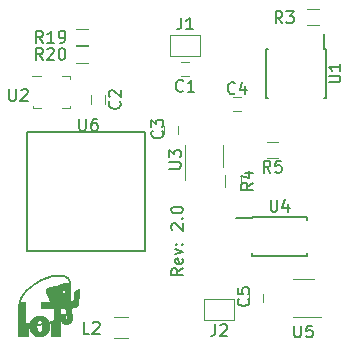
<source format=gto>
G04 #@! TF.FileFunction,Legend,Top*
%FSLAX46Y46*%
G04 Gerber Fmt 4.6, Leading zero omitted, Abs format (unit mm)*
G04 Created by KiCad (PCBNEW 4.0.6) date 04/13/18 15:28:38*
%MOMM*%
%LPD*%
G01*
G04 APERTURE LIST*
%ADD10C,0.100000*%
%ADD11C,0.200000*%
%ADD12C,0.120000*%
%ADD13C,0.150000*%
%ADD14C,0.010000*%
G04 APERTURE END LIST*
D10*
D11*
X177427381Y-123309523D02*
X176951190Y-123642857D01*
X177427381Y-123880952D02*
X176427381Y-123880952D01*
X176427381Y-123499999D01*
X176475000Y-123404761D01*
X176522619Y-123357142D01*
X176617857Y-123309523D01*
X176760714Y-123309523D01*
X176855952Y-123357142D01*
X176903571Y-123404761D01*
X176951190Y-123499999D01*
X176951190Y-123880952D01*
X177379762Y-122499999D02*
X177427381Y-122595237D01*
X177427381Y-122785714D01*
X177379762Y-122880952D01*
X177284524Y-122928571D01*
X176903571Y-122928571D01*
X176808333Y-122880952D01*
X176760714Y-122785714D01*
X176760714Y-122595237D01*
X176808333Y-122499999D01*
X176903571Y-122452380D01*
X176998810Y-122452380D01*
X177094048Y-122928571D01*
X176760714Y-122119047D02*
X177427381Y-121880952D01*
X176760714Y-121642856D01*
X177332143Y-121261904D02*
X177379762Y-121214285D01*
X177427381Y-121261904D01*
X177379762Y-121309523D01*
X177332143Y-121261904D01*
X177427381Y-121261904D01*
X176808333Y-121261904D02*
X176855952Y-121214285D01*
X176903571Y-121261904D01*
X176855952Y-121309523D01*
X176808333Y-121261904D01*
X176903571Y-121261904D01*
X176522619Y-120071428D02*
X176475000Y-120023809D01*
X176427381Y-119928571D01*
X176427381Y-119690475D01*
X176475000Y-119595237D01*
X176522619Y-119547618D01*
X176617857Y-119499999D01*
X176713095Y-119499999D01*
X176855952Y-119547618D01*
X177427381Y-120119047D01*
X177427381Y-119499999D01*
X177332143Y-119071428D02*
X177379762Y-119023809D01*
X177427381Y-119071428D01*
X177379762Y-119119047D01*
X177332143Y-119071428D01*
X177427381Y-119071428D01*
X176427381Y-118404762D02*
X176427381Y-118309523D01*
X176475000Y-118214285D01*
X176522619Y-118166666D01*
X176617857Y-118119047D01*
X176808333Y-118071428D01*
X177046429Y-118071428D01*
X177236905Y-118119047D01*
X177332143Y-118166666D01*
X177379762Y-118214285D01*
X177427381Y-118309523D01*
X177427381Y-118404762D01*
X177379762Y-118500000D01*
X177332143Y-118547619D01*
X177236905Y-118595238D01*
X177046429Y-118642857D01*
X176808333Y-118642857D01*
X176617857Y-118595238D01*
X176522619Y-118547619D01*
X176475000Y-118500000D01*
X176427381Y-118404762D01*
D12*
X177250000Y-105800000D02*
X177950000Y-105800000D01*
X177950000Y-107000000D02*
X177250000Y-107000000D01*
X169600000Y-109350000D02*
X169600000Y-108650000D01*
X170800000Y-108650000D02*
X170800000Y-109350000D01*
X175800000Y-111950000D02*
X175800000Y-111250000D01*
X177000000Y-111250000D02*
X177000000Y-111950000D01*
X181650000Y-108800000D02*
X182350000Y-108800000D01*
X182350000Y-110000000D02*
X181650000Y-110000000D01*
X183000000Y-126150000D02*
X183000000Y-125450000D01*
X184200000Y-125450000D02*
X184200000Y-126150000D01*
X176330000Y-105290000D02*
X178870000Y-105290000D01*
X178870000Y-103510000D02*
X176330000Y-103510000D01*
X178870000Y-103510000D02*
X178870000Y-105290000D01*
X176330000Y-105290000D02*
X176330000Y-103510000D01*
X181770000Y-125910000D02*
X179230000Y-125910000D01*
X179230000Y-127690000D02*
X181770000Y-127690000D01*
X179230000Y-127690000D02*
X179230000Y-125910000D01*
X181770000Y-125910000D02*
X181770000Y-127690000D01*
X188900000Y-102730000D02*
X187900000Y-102730000D01*
X187900000Y-101370000D02*
X188900000Y-101370000D01*
X182330000Y-115400000D02*
X182330000Y-116400000D01*
X180970000Y-116400000D02*
X180970000Y-115400000D01*
X184500000Y-112620000D02*
X185500000Y-112620000D01*
X185500000Y-113980000D02*
X184500000Y-113980000D01*
X168400000Y-103070000D02*
X169400000Y-103070000D01*
X169400000Y-104430000D02*
X168400000Y-104430000D01*
X168400000Y-104520000D02*
X169400000Y-104520000D01*
X169400000Y-105880000D02*
X168400000Y-105880000D01*
D10*
X164600000Y-107050000D02*
X165420000Y-107050000D01*
X164700000Y-109750000D02*
X165420000Y-109750000D01*
X164700000Y-109750000D02*
X164700000Y-109530000D01*
X167900000Y-109530000D02*
X167900000Y-109750000D01*
X167900000Y-109750000D02*
X167180000Y-109750000D01*
X167180000Y-107050000D02*
X167900000Y-107050000D01*
X167900000Y-107050000D02*
X167900000Y-107270000D01*
D12*
X180810000Y-114700000D02*
X180810000Y-112900000D01*
X177590000Y-112900000D02*
X177590000Y-115850000D01*
D13*
X183275000Y-118975000D02*
X183275000Y-119075000D01*
X187925000Y-118975000D02*
X187925000Y-119175000D01*
X187925000Y-122225000D02*
X187925000Y-122025000D01*
X183275000Y-122225000D02*
X183275000Y-122025000D01*
X183275000Y-118975000D02*
X187925000Y-118975000D01*
X183275000Y-122225000D02*
X187925000Y-122225000D01*
X183275000Y-119075000D02*
X181925000Y-119075000D01*
D12*
X188500000Y-124190000D02*
X186700000Y-124190000D01*
X186700000Y-127410000D02*
X189150000Y-127410000D01*
D13*
X174200000Y-111800000D02*
X164200000Y-111800000D01*
X164200000Y-111800000D02*
X164200000Y-121800000D01*
X164200000Y-121800000D02*
X174200000Y-121800000D01*
X174200000Y-121800000D02*
X174200000Y-111800000D01*
X189575000Y-104725000D02*
X189375000Y-104725000D01*
X189575000Y-108875000D02*
X189375000Y-108875000D01*
X184425000Y-108875000D02*
X184625000Y-108875000D01*
X184425000Y-104725000D02*
X184625000Y-104725000D01*
X189575000Y-104725000D02*
X189575000Y-108875000D01*
X184425000Y-104725000D02*
X184425000Y-108875000D01*
X189375000Y-104725000D02*
X189375000Y-103425000D01*
D14*
G36*
X166838287Y-123837372D02*
X166885395Y-123838204D01*
X166932832Y-123839587D01*
X166979717Y-123841499D01*
X167025172Y-123843918D01*
X167068317Y-123846822D01*
X167108273Y-123850189D01*
X167144162Y-123853996D01*
X167153489Y-123855154D01*
X167228076Y-123866616D01*
X167298070Y-123881217D01*
X167363607Y-123899012D01*
X167424822Y-123920059D01*
X167481852Y-123944413D01*
X167534831Y-123972131D01*
X167583896Y-124003269D01*
X167629181Y-124037883D01*
X167659730Y-124065187D01*
X167697646Y-124105173D01*
X167732076Y-124149351D01*
X167762760Y-124197283D01*
X167789439Y-124248531D01*
X167811852Y-124302654D01*
X167826207Y-124346587D01*
X167834430Y-124376553D01*
X167841324Y-124405513D01*
X167847014Y-124434403D01*
X167851627Y-124464162D01*
X167855286Y-124495727D01*
X167858117Y-124530034D01*
X167860244Y-124568021D01*
X167861794Y-124610625D01*
X167861893Y-124614145D01*
X167862604Y-124636386D01*
X167863457Y-124657609D01*
X167864404Y-124676930D01*
X167865396Y-124693461D01*
X167866384Y-124706318D01*
X167867318Y-124714613D01*
X167867512Y-124715745D01*
X167868638Y-124723785D01*
X167869260Y-124734132D01*
X167869378Y-124747553D01*
X167868997Y-124764816D01*
X167868116Y-124786689D01*
X167867731Y-124794767D01*
X167865738Y-124840894D01*
X167864018Y-124892521D01*
X167862574Y-124949509D01*
X167861406Y-125011720D01*
X167860518Y-125079016D01*
X167859909Y-125151259D01*
X167859582Y-125228310D01*
X167859539Y-125310031D01*
X167859781Y-125396283D01*
X167859985Y-125436823D01*
X167860235Y-125476616D01*
X167860536Y-125517879D01*
X167860884Y-125560241D01*
X167861274Y-125603332D01*
X167861700Y-125646785D01*
X167862158Y-125690230D01*
X167862642Y-125733297D01*
X167863147Y-125775617D01*
X167863668Y-125816822D01*
X167864200Y-125856542D01*
X167864737Y-125894409D01*
X167865276Y-125930051D01*
X167865809Y-125963102D01*
X167866333Y-125993191D01*
X167866843Y-126019950D01*
X167867332Y-126043008D01*
X167867796Y-126061998D01*
X167868230Y-126076550D01*
X167868629Y-126086294D01*
X167868987Y-126090862D01*
X167869076Y-126091159D01*
X167872425Y-126091355D01*
X167880375Y-126090374D01*
X167892048Y-126088381D01*
X167906562Y-126085544D01*
X167923039Y-126082031D01*
X167940597Y-126078008D01*
X167949355Y-126075896D01*
X167994201Y-126063574D01*
X168033797Y-126049864D01*
X168068401Y-126034626D01*
X168098267Y-126017723D01*
X168123652Y-125999014D01*
X168144811Y-125978361D01*
X168156895Y-125963166D01*
X168160074Y-125958800D01*
X168162936Y-125954899D01*
X168165524Y-125951166D01*
X168167879Y-125947301D01*
X168170046Y-125943005D01*
X168172067Y-125937980D01*
X168173985Y-125931927D01*
X168175844Y-125924547D01*
X168177685Y-125915541D01*
X168179553Y-125904611D01*
X168181490Y-125891457D01*
X168183539Y-125875780D01*
X168185744Y-125857283D01*
X168188146Y-125835666D01*
X168190789Y-125810630D01*
X168193717Y-125781877D01*
X168196971Y-125749107D01*
X168200596Y-125712022D01*
X168204633Y-125670324D01*
X168209127Y-125623713D01*
X168214120Y-125571890D01*
X168216029Y-125552097D01*
X168220358Y-125507219D01*
X168224534Y-125463902D01*
X168228527Y-125422476D01*
X168232303Y-125383273D01*
X168235831Y-125346625D01*
X168239080Y-125312861D01*
X168242017Y-125282313D01*
X168244611Y-125255312D01*
X168246830Y-125232190D01*
X168248641Y-125213276D01*
X168250014Y-125198904D01*
X168250916Y-125189403D01*
X168251316Y-125185104D01*
X168251333Y-125184880D01*
X168253993Y-125184338D01*
X168261328Y-125183700D01*
X168272372Y-125183030D01*
X168286156Y-125182389D01*
X168294372Y-125182079D01*
X168325705Y-125179901D01*
X168355190Y-125175430D01*
X168383459Y-125168368D01*
X168411141Y-125158418D01*
X168438867Y-125145281D01*
X168467268Y-125128662D01*
X168496973Y-125108261D01*
X168528612Y-125083781D01*
X168561788Y-125055823D01*
X168577987Y-125041813D01*
X168590612Y-125031180D01*
X168600265Y-125023502D01*
X168607549Y-125018359D01*
X168613067Y-125015330D01*
X168617419Y-125013993D01*
X168621209Y-125013928D01*
X168621644Y-125013985D01*
X168627598Y-125017602D01*
X168631876Y-125026326D01*
X168634369Y-125039841D01*
X168634996Y-125052358D01*
X168634802Y-125056978D01*
X168634202Y-125066899D01*
X168633222Y-125081793D01*
X168631885Y-125101333D01*
X168630215Y-125125191D01*
X168628239Y-125153040D01*
X168625979Y-125184552D01*
X168623461Y-125219400D01*
X168620708Y-125257257D01*
X168617746Y-125297795D01*
X168614599Y-125340686D01*
X168611291Y-125385603D01*
X168607847Y-125432219D01*
X168604292Y-125480206D01*
X168600649Y-125529237D01*
X168596944Y-125578985D01*
X168593200Y-125629121D01*
X168589443Y-125679319D01*
X168585696Y-125729250D01*
X168581985Y-125778589D01*
X168578333Y-125827006D01*
X168574766Y-125874175D01*
X168571307Y-125919768D01*
X168567982Y-125963458D01*
X168564814Y-126004917D01*
X168561828Y-126043818D01*
X168559049Y-126079834D01*
X168556501Y-126112636D01*
X168554209Y-126141898D01*
X168552197Y-126167292D01*
X168550490Y-126188491D01*
X168549111Y-126205167D01*
X168548086Y-126216992D01*
X168547439Y-126223640D01*
X168547370Y-126224223D01*
X168538639Y-126275403D01*
X168525822Y-126322721D01*
X168508849Y-126366280D01*
X168487648Y-126406184D01*
X168462150Y-126442537D01*
X168432282Y-126475445D01*
X168397974Y-126505012D01*
X168359155Y-126531341D01*
X168326484Y-126549304D01*
X168283680Y-126568656D01*
X168235710Y-126586383D01*
X168182834Y-126602419D01*
X168125314Y-126616696D01*
X168063409Y-126629147D01*
X167997379Y-126639704D01*
X167957822Y-126644869D01*
X167945599Y-126646380D01*
X167935682Y-126647680D01*
X167929263Y-126648607D01*
X167927456Y-126648965D01*
X167927670Y-126651781D01*
X167928481Y-126659857D01*
X167929848Y-126672844D01*
X167931735Y-126690396D01*
X167934103Y-126712162D01*
X167936913Y-126737796D01*
X167940127Y-126766948D01*
X167943707Y-126799269D01*
X167947614Y-126834413D01*
X167951810Y-126872030D01*
X167956257Y-126911772D01*
X167960916Y-126953290D01*
X167963538Y-126976607D01*
X167968430Y-127020083D01*
X167973227Y-127062724D01*
X167977881Y-127104110D01*
X167982345Y-127143818D01*
X167986572Y-127181429D01*
X167990514Y-127216520D01*
X167994124Y-127248671D01*
X167997355Y-127277460D01*
X168000160Y-127302466D01*
X168002490Y-127323268D01*
X168004300Y-127339446D01*
X168005541Y-127350577D01*
X168005822Y-127353111D01*
X168011734Y-127416579D01*
X168014853Y-127475474D01*
X168015140Y-127530154D01*
X168012553Y-127580975D01*
X168007051Y-127628294D01*
X167998593Y-127672467D01*
X167987139Y-127713851D01*
X167972646Y-127752801D01*
X167955861Y-127788192D01*
X167932722Y-127826397D01*
X167905583Y-127860791D01*
X167874412Y-127891394D01*
X167839175Y-127918219D01*
X167799840Y-127941286D01*
X167756373Y-127960610D01*
X167708742Y-127976208D01*
X167656914Y-127988097D01*
X167600855Y-127996293D01*
X167540533Y-128000814D01*
X167535900Y-128001002D01*
X167480042Y-128000991D01*
X167427630Y-127996513D01*
X167378647Y-127987560D01*
X167333072Y-127974120D01*
X167290888Y-127956183D01*
X167252075Y-127933740D01*
X167216615Y-127906780D01*
X167184488Y-127875291D01*
X167155676Y-127839266D01*
X167130161Y-127798691D01*
X167115759Y-127770767D01*
X167095087Y-127721677D01*
X167077958Y-127668705D01*
X167064536Y-127612495D01*
X167054989Y-127553687D01*
X167051720Y-127523498D01*
X167050348Y-127509461D01*
X167048970Y-127497251D01*
X167047736Y-127488085D01*
X167046796Y-127483181D01*
X167046710Y-127482934D01*
X167046534Y-127483247D01*
X167046360Y-127485161D01*
X167046187Y-127488825D01*
X167046014Y-127494388D01*
X167045840Y-127501997D01*
X167045665Y-127511803D01*
X167045486Y-127523953D01*
X167045304Y-127538597D01*
X167045117Y-127555883D01*
X167044924Y-127575959D01*
X167044724Y-127598976D01*
X167044516Y-127625080D01*
X167044299Y-127654421D01*
X167044072Y-127687149D01*
X167043835Y-127723410D01*
X167043585Y-127763355D01*
X167043323Y-127807131D01*
X167043047Y-127854888D01*
X167042756Y-127906775D01*
X167042449Y-127962940D01*
X167042126Y-128023531D01*
X167041784Y-128088698D01*
X167041424Y-128158589D01*
X167041044Y-128233353D01*
X167040643Y-128313138D01*
X167040220Y-128398094D01*
X167039775Y-128488370D01*
X167039306Y-128584112D01*
X167039215Y-128602650D01*
X167037021Y-129052089D01*
X166751649Y-129051999D01*
X166704584Y-129051976D01*
X166662866Y-129051933D01*
X166626197Y-129051868D01*
X166594281Y-129051775D01*
X166566821Y-129051651D01*
X166543518Y-129051492D01*
X166524076Y-129051293D01*
X166508197Y-129051049D01*
X166495584Y-129050758D01*
X166485939Y-129050414D01*
X166478966Y-129050013D01*
X166474367Y-129049551D01*
X166471845Y-129049025D01*
X166471102Y-129048429D01*
X166471393Y-129048031D01*
X166471951Y-129047458D01*
X166472465Y-129046476D01*
X166472937Y-129044871D01*
X166473367Y-129042428D01*
X166473757Y-129038935D01*
X166474108Y-129034177D01*
X166474420Y-129027941D01*
X166474694Y-129020012D01*
X166474932Y-129010177D01*
X166475134Y-128998222D01*
X166475302Y-128983932D01*
X166475436Y-128967095D01*
X166475538Y-128947497D01*
X166475609Y-128924923D01*
X166475648Y-128899159D01*
X166475658Y-128869993D01*
X166475640Y-128837209D01*
X166475594Y-128800595D01*
X166475521Y-128759935D01*
X166475423Y-128715018D01*
X166475301Y-128665627D01*
X166475154Y-128611551D01*
X166474985Y-128552574D01*
X166474795Y-128488483D01*
X166474583Y-128419065D01*
X166474475Y-128383757D01*
X166472441Y-127723361D01*
X166440896Y-127750042D01*
X166409352Y-127776723D01*
X166407476Y-128056451D01*
X166407194Y-128100291D01*
X166406925Y-128145749D01*
X166406672Y-128192085D01*
X166406439Y-128238555D01*
X166406227Y-128284418D01*
X166406040Y-128328931D01*
X166405883Y-128371354D01*
X166405756Y-128410943D01*
X166405665Y-128446956D01*
X166405611Y-128478652D01*
X166405598Y-128500106D01*
X166405564Y-128534026D01*
X166405470Y-128572431D01*
X166405319Y-128614162D01*
X166405120Y-128658058D01*
X166404877Y-128702961D01*
X166404597Y-128747712D01*
X166404286Y-128791151D01*
X166403950Y-128832119D01*
X166403723Y-128856650D01*
X166401851Y-129049267D01*
X166216511Y-129049267D01*
X166216511Y-128464765D01*
X166216509Y-128397113D01*
X166216503Y-128334881D01*
X166216491Y-128277845D01*
X166216470Y-128225779D01*
X166216439Y-128178459D01*
X166216395Y-128135660D01*
X166216338Y-128097158D01*
X166216265Y-128062729D01*
X166216173Y-128032147D01*
X166216062Y-128005188D01*
X166215930Y-127981627D01*
X166215774Y-127961240D01*
X166215592Y-127943802D01*
X166215383Y-127929089D01*
X166215145Y-127916876D01*
X166214875Y-127906938D01*
X166214573Y-127899050D01*
X166214235Y-127892989D01*
X166213861Y-127888530D01*
X166213447Y-127885447D01*
X166212994Y-127883517D01*
X166212497Y-127882514D01*
X166211956Y-127882214D01*
X166211572Y-127882293D01*
X166201737Y-127886194D01*
X166188064Y-127891431D01*
X166172036Y-127897453D01*
X166155135Y-127903714D01*
X166138843Y-127909663D01*
X166124644Y-127914751D01*
X166114020Y-127918430D01*
X166113500Y-127918604D01*
X166102670Y-127922327D01*
X166093712Y-127925632D01*
X166088144Y-127927952D01*
X166087346Y-127928380D01*
X166086164Y-127930526D01*
X166086170Y-127935251D01*
X166087477Y-127943297D01*
X166090199Y-127955403D01*
X166093557Y-127968841D01*
X166104676Y-128016898D01*
X166112751Y-128063091D01*
X166118019Y-128109339D01*
X166120718Y-128157562D01*
X166121205Y-128192723D01*
X166118745Y-128262682D01*
X166111415Y-128330104D01*
X166099094Y-128395508D01*
X166081658Y-128459412D01*
X166058984Y-128522335D01*
X166030950Y-128584794D01*
X166025937Y-128594824D01*
X165992307Y-128655143D01*
X165954387Y-128712080D01*
X165912435Y-128765443D01*
X165866708Y-128815044D01*
X165817463Y-128860692D01*
X165764958Y-128902198D01*
X165709450Y-128939371D01*
X165651196Y-128972022D01*
X165590453Y-128999961D01*
X165527479Y-129022999D01*
X165462530Y-129040944D01*
X165406533Y-129051961D01*
X165344172Y-129059677D01*
X165281155Y-129062976D01*
X165219150Y-129061793D01*
X165196278Y-129060162D01*
X165129129Y-129051558D01*
X165063263Y-129037561D01*
X164998956Y-129018335D01*
X164936487Y-128994041D01*
X164876133Y-128964842D01*
X164818173Y-128930899D01*
X164762884Y-128892376D01*
X164710545Y-128849434D01*
X164661433Y-128802235D01*
X164615827Y-128750943D01*
X164575389Y-128697700D01*
X164538688Y-128640476D01*
X164506582Y-128580089D01*
X164479166Y-128516782D01*
X164456538Y-128450802D01*
X164438792Y-128382393D01*
X164427192Y-128319723D01*
X164422824Y-128282877D01*
X164420139Y-128242119D01*
X164419142Y-128198929D01*
X164419420Y-128181310D01*
X165009558Y-128181310D01*
X165011656Y-128240576D01*
X165017264Y-128299939D01*
X165026230Y-128358095D01*
X165038399Y-128413739D01*
X165049882Y-128454132D01*
X165065922Y-128499403D01*
X165084004Y-128540548D01*
X165103975Y-128577370D01*
X165125681Y-128609670D01*
X165148968Y-128637252D01*
X165173682Y-128659917D01*
X165199670Y-128677467D01*
X165226779Y-128689706D01*
X165235124Y-128692317D01*
X165251003Y-128695058D01*
X165269871Y-128695674D01*
X165289535Y-128694278D01*
X165307804Y-128690988D01*
X165317633Y-128687984D01*
X165344286Y-128675065D01*
X165369806Y-128656874D01*
X165394036Y-128633701D01*
X165416814Y-128605834D01*
X165437981Y-128573562D01*
X165457378Y-128537173D01*
X165474844Y-128496958D01*
X165490221Y-128453204D01*
X165503348Y-128406200D01*
X165514065Y-128356235D01*
X165519596Y-128322769D01*
X165527088Y-128255984D01*
X165530142Y-128188837D01*
X165529692Y-128146156D01*
X165528864Y-128125754D01*
X165527802Y-128105994D01*
X165526575Y-128087699D01*
X165525252Y-128071690D01*
X165523901Y-128058789D01*
X165522590Y-128049819D01*
X165521389Y-128045600D01*
X165521298Y-128045491D01*
X165518256Y-128045373D01*
X165510588Y-128045771D01*
X165499282Y-128046617D01*
X165485327Y-128047838D01*
X165476769Y-128048656D01*
X165420759Y-128053598D01*
X165359285Y-128057952D01*
X165292497Y-128061709D01*
X165220546Y-128064862D01*
X165143582Y-128067403D01*
X165093275Y-128068671D01*
X165072964Y-128069150D01*
X165054587Y-128069630D01*
X165038874Y-128070087D01*
X165026553Y-128070499D01*
X165018353Y-128070844D01*
X165015004Y-128071098D01*
X165014966Y-128071115D01*
X165014580Y-128074018D01*
X165013932Y-128081658D01*
X165013091Y-128093139D01*
X165012120Y-128107562D01*
X165011123Y-128123445D01*
X165009558Y-128181310D01*
X164419420Y-128181310D01*
X164419840Y-128154784D01*
X164422239Y-128111163D01*
X164426163Y-128071028D01*
X164427922Y-128056577D01*
X164409933Y-128054893D01*
X164401197Y-128054245D01*
X164388133Y-128053492D01*
X164372057Y-128052700D01*
X164354282Y-128051935D01*
X164339028Y-128051361D01*
X164286111Y-128049513D01*
X164286111Y-129043623D01*
X164123319Y-129043623D01*
X164121672Y-128542326D01*
X164121486Y-128489550D01*
X164121280Y-128438290D01*
X164121056Y-128388832D01*
X164120817Y-128341461D01*
X164120565Y-128296462D01*
X164120301Y-128254120D01*
X164120030Y-128214720D01*
X164119752Y-128178547D01*
X164119469Y-128145887D01*
X164119185Y-128117024D01*
X164118902Y-128092244D01*
X164118621Y-128071832D01*
X164118344Y-128056072D01*
X164118075Y-128045250D01*
X164117816Y-128039652D01*
X164117696Y-128038904D01*
X164114089Y-128037892D01*
X164106081Y-128036767D01*
X164094909Y-128035676D01*
X164083617Y-128034871D01*
X164051867Y-128032964D01*
X164051864Y-128341443D01*
X164051844Y-128387917D01*
X164051787Y-128436382D01*
X164051696Y-128486094D01*
X164051573Y-128536306D01*
X164051421Y-128586276D01*
X164051243Y-128635258D01*
X164051042Y-128682507D01*
X164050820Y-128727279D01*
X164050580Y-128768829D01*
X164050326Y-128806412D01*
X164050059Y-128839285D01*
X164049989Y-128846773D01*
X164048117Y-129043623D01*
X163484836Y-129043623D01*
X163483715Y-128328895D01*
X163483571Y-128244343D01*
X163483409Y-128164375D01*
X163483230Y-128089062D01*
X163483035Y-128018476D01*
X163482921Y-127982472D01*
X165028355Y-127982472D01*
X165028932Y-127983959D01*
X165031128Y-127985044D01*
X165035640Y-127985771D01*
X165043167Y-127986183D01*
X165054404Y-127986325D01*
X165070051Y-127986239D01*
X165085505Y-127986045D01*
X165104794Y-127985703D01*
X165128124Y-127985175D01*
X165153897Y-127984506D01*
X165180515Y-127983739D01*
X165206379Y-127982916D01*
X165221678Y-127982384D01*
X165247594Y-127981349D01*
X165274955Y-127980077D01*
X165303183Y-127978611D01*
X165331702Y-127976990D01*
X165359938Y-127975257D01*
X165387313Y-127973452D01*
X165413251Y-127971617D01*
X165437177Y-127969792D01*
X165458515Y-127968020D01*
X165476688Y-127966340D01*
X165491120Y-127964796D01*
X165501236Y-127963427D01*
X165506459Y-127962274D01*
X165506980Y-127961983D01*
X165506764Y-127958888D01*
X165505162Y-127951443D01*
X165502464Y-127940688D01*
X165498960Y-127927663D01*
X165494939Y-127913409D01*
X165490691Y-127898965D01*
X165486506Y-127885372D01*
X165482673Y-127873669D01*
X165481242Y-127869578D01*
X165465476Y-127830423D01*
X165447480Y-127794220D01*
X165427568Y-127761349D01*
X165406052Y-127732189D01*
X165383246Y-127707119D01*
X165359464Y-127686520D01*
X165335019Y-127670772D01*
X165310224Y-127660254D01*
X165307949Y-127659566D01*
X165288383Y-127655899D01*
X165266451Y-127655113D01*
X165244596Y-127657140D01*
X165225383Y-127661870D01*
X165199084Y-127674029D01*
X165173629Y-127691500D01*
X165149254Y-127713982D01*
X165126194Y-127741176D01*
X165104686Y-127772781D01*
X165084964Y-127808496D01*
X165067266Y-127848022D01*
X165056607Y-127876634D01*
X165052102Y-127890379D01*
X165047293Y-127906180D01*
X165042472Y-127922945D01*
X165037930Y-127939582D01*
X165033959Y-127955001D01*
X165030850Y-127968110D01*
X165028894Y-127977817D01*
X165028355Y-127982472D01*
X163482921Y-127982472D01*
X163482825Y-127952686D01*
X163482598Y-127891764D01*
X163482357Y-127835782D01*
X163482101Y-127784808D01*
X163481830Y-127738916D01*
X163481545Y-127698175D01*
X163481247Y-127662657D01*
X163480935Y-127632433D01*
X163480611Y-127607573D01*
X163480274Y-127588148D01*
X163479925Y-127574229D01*
X163479584Y-127566189D01*
X163477971Y-127536864D01*
X163476473Y-127502476D01*
X163475095Y-127463607D01*
X163473842Y-127420837D01*
X163472718Y-127374747D01*
X163471729Y-127325918D01*
X163470878Y-127274932D01*
X163470171Y-127222368D01*
X163469613Y-127168808D01*
X163469207Y-127114832D01*
X163468959Y-127061023D01*
X163468873Y-127007959D01*
X163468954Y-126956223D01*
X163469207Y-126906396D01*
X163469637Y-126859057D01*
X163470248Y-126814789D01*
X163471044Y-126774171D01*
X163471875Y-126743511D01*
X163555155Y-126743511D01*
X164049044Y-126743511D01*
X164049044Y-127957067D01*
X164059628Y-127957264D01*
X164064274Y-127957424D01*
X164074043Y-127957815D01*
X164088418Y-127958417D01*
X164106883Y-127959206D01*
X164128923Y-127960160D01*
X164154021Y-127961257D01*
X164181661Y-127962475D01*
X164211326Y-127963790D01*
X164242502Y-127965182D01*
X164246600Y-127965365D01*
X164277935Y-127966768D01*
X164307830Y-127968102D01*
X164335767Y-127969346D01*
X164361231Y-127970476D01*
X164383704Y-127971470D01*
X164402671Y-127972304D01*
X164417615Y-127972957D01*
X164428019Y-127973404D01*
X164433367Y-127973624D01*
X164433661Y-127973635D01*
X164441360Y-127973009D01*
X164445209Y-127970780D01*
X164445328Y-127970473D01*
X164446482Y-127966764D01*
X164449083Y-127958606D01*
X164452837Y-127946919D01*
X164457448Y-127932622D01*
X164462321Y-127917556D01*
X164485502Y-127853551D01*
X164512402Y-127793506D01*
X164543362Y-127736859D01*
X164578727Y-127683046D01*
X164618839Y-127631505D01*
X164664040Y-127581673D01*
X164671288Y-127574302D01*
X164699295Y-127546904D01*
X164725488Y-127523075D01*
X164751204Y-127501702D01*
X164777781Y-127481672D01*
X164805970Y-127462260D01*
X164864403Y-127426864D01*
X164924844Y-127396616D01*
X164986981Y-127371519D01*
X165050501Y-127351577D01*
X165115091Y-127336793D01*
X165180438Y-127327170D01*
X165246230Y-127322711D01*
X165312153Y-127323420D01*
X165377894Y-127329301D01*
X165443141Y-127340355D01*
X165507581Y-127356588D01*
X165570900Y-127378001D01*
X165632786Y-127404599D01*
X165692925Y-127436384D01*
X165719800Y-127452674D01*
X165775754Y-127491334D01*
X165828479Y-127534487D01*
X165877688Y-127581806D01*
X165923094Y-127632965D01*
X165964410Y-127687640D01*
X166001348Y-127745504D01*
X166033622Y-127806232D01*
X166035889Y-127810983D01*
X166042464Y-127824438D01*
X166048444Y-127835871D01*
X166053332Y-127844392D01*
X166056633Y-127849117D01*
X166057549Y-127849778D01*
X166062932Y-127848770D01*
X166072831Y-127845843D01*
X166086557Y-127841257D01*
X166103420Y-127835273D01*
X166122728Y-127828152D01*
X166143794Y-127820156D01*
X166165926Y-127811545D01*
X166188436Y-127802580D01*
X166210632Y-127793522D01*
X166231825Y-127784632D01*
X166246144Y-127778451D01*
X166265988Y-127769506D01*
X166288046Y-127759115D01*
X166311603Y-127747652D01*
X166335943Y-127735493D01*
X166360348Y-127723014D01*
X166384103Y-127710591D01*
X166406490Y-127698599D01*
X166426795Y-127687414D01*
X166444299Y-127677412D01*
X166458288Y-127668967D01*
X166468044Y-127662457D01*
X166469592Y-127661289D01*
X166475729Y-127656500D01*
X166477756Y-127161906D01*
X166477900Y-127126657D01*
X167046348Y-127126657D01*
X167046408Y-127153591D01*
X167046569Y-127175784D01*
X167046832Y-127193366D01*
X167047197Y-127206464D01*
X167047665Y-127215209D01*
X167048235Y-127219729D01*
X167048629Y-127220467D01*
X167052127Y-127218581D01*
X167056009Y-127214948D01*
X167060484Y-127211000D01*
X167068359Y-127204972D01*
X167078305Y-127197861D01*
X167084026Y-127193951D01*
X167119311Y-127173375D01*
X167156009Y-127157959D01*
X167193670Y-127147739D01*
X167231840Y-127142753D01*
X167270068Y-127143035D01*
X167307901Y-127148622D01*
X167344887Y-127159551D01*
X167371183Y-127170967D01*
X167390682Y-127181603D01*
X167409631Y-127193687D01*
X167427265Y-127206577D01*
X167442819Y-127219634D01*
X167455530Y-127232217D01*
X167464633Y-127243686D01*
X167469311Y-127253201D01*
X167471854Y-127268991D01*
X167471455Y-127287878D01*
X167468058Y-127310291D01*
X167461604Y-127336660D01*
X167455358Y-127357325D01*
X167451928Y-127368173D01*
X167449530Y-127376775D01*
X167448020Y-127384498D01*
X167447255Y-127392711D01*
X167447094Y-127402782D01*
X167447393Y-127416078D01*
X167447843Y-127429292D01*
X167449355Y-127455918D01*
X167452049Y-127478769D01*
X167456254Y-127499648D01*
X167462301Y-127520359D01*
X167466778Y-127532996D01*
X167472983Y-127548001D01*
X167480787Y-127564521D01*
X167489214Y-127580652D01*
X167497290Y-127594488D01*
X167501464Y-127600761D01*
X167508884Y-127609207D01*
X167516074Y-127612448D01*
X167524310Y-127610719D01*
X167531867Y-127606353D01*
X167543568Y-127595159D01*
X167553290Y-127578682D01*
X167561032Y-127556922D01*
X167566793Y-127529880D01*
X167570575Y-127497554D01*
X167572376Y-127459944D01*
X167572198Y-127417051D01*
X167570040Y-127368874D01*
X167565901Y-127315413D01*
X167559783Y-127256668D01*
X167551684Y-127192639D01*
X167541605Y-127123324D01*
X167529547Y-127048725D01*
X167515508Y-126968841D01*
X167499489Y-126883672D01*
X167481489Y-126793217D01*
X167473579Y-126754800D01*
X167469393Y-126734708D01*
X167465515Y-126716183D01*
X167462114Y-126700020D01*
X167459355Y-126687012D01*
X167457408Y-126677954D01*
X167456445Y-126673661D01*
X167454855Y-126667311D01*
X167049993Y-126667311D01*
X167048119Y-126858277D01*
X167047571Y-126916364D01*
X167047125Y-126968936D01*
X167046779Y-127016122D01*
X167046534Y-127058052D01*
X167046390Y-127094854D01*
X167046348Y-127126657D01*
X166477900Y-127126657D01*
X166479782Y-126667311D01*
X165463865Y-126667311D01*
X165451427Y-126660756D01*
X165439956Y-126652429D01*
X165428647Y-126640257D01*
X165418866Y-126625910D01*
X165412942Y-126613689D01*
X165411972Y-126610827D01*
X165411132Y-126607304D01*
X165410409Y-126602706D01*
X165409793Y-126596616D01*
X165409270Y-126588620D01*
X165408831Y-126578301D01*
X165408462Y-126565245D01*
X165408152Y-126549035D01*
X165407889Y-126529258D01*
X165407662Y-126505496D01*
X165407459Y-126477336D01*
X165407268Y-126444360D01*
X165407078Y-126406256D01*
X165406900Y-126366488D01*
X165406783Y-126331942D01*
X165406747Y-126302196D01*
X165406813Y-126276829D01*
X165407001Y-126255417D01*
X165407331Y-126237540D01*
X165407823Y-126222774D01*
X165408498Y-126210699D01*
X165409376Y-126200891D01*
X165410477Y-126192929D01*
X165411821Y-126186391D01*
X165413429Y-126180855D01*
X165415321Y-126175898D01*
X165417517Y-126171099D01*
X165418455Y-126169189D01*
X165426022Y-126157213D01*
X165436220Y-126145304D01*
X165447200Y-126135470D01*
X165453100Y-126131562D01*
X165454726Y-126130850D01*
X165457107Y-126130208D01*
X165460545Y-126129632D01*
X165465342Y-126129117D01*
X165471800Y-126128657D01*
X165480221Y-126128247D01*
X165490906Y-126127881D01*
X165504159Y-126127554D01*
X165520280Y-126127260D01*
X165539572Y-126126996D01*
X165562336Y-126126754D01*
X165588875Y-126126530D01*
X165619490Y-126126318D01*
X165654484Y-126126113D01*
X165694158Y-126125910D01*
X165738815Y-126125703D01*
X165788756Y-126125488D01*
X165799016Y-126125445D01*
X166136466Y-126124034D01*
X165970360Y-125662600D01*
X165948817Y-125602695D01*
X165928524Y-125546147D01*
X165909535Y-125493104D01*
X165891903Y-125443719D01*
X165875679Y-125398141D01*
X165860918Y-125356521D01*
X165847673Y-125319009D01*
X165835995Y-125285756D01*
X165825939Y-125256912D01*
X165817558Y-125232628D01*
X165810904Y-125213054D01*
X165806030Y-125198340D01*
X165802990Y-125188638D01*
X165801853Y-125184234D01*
X165800869Y-125162575D01*
X165804295Y-125140803D01*
X165812349Y-125117784D01*
X165816194Y-125109445D01*
X165821862Y-125098505D01*
X165827739Y-125089075D01*
X165834837Y-125079836D01*
X165844167Y-125069468D01*
X165856379Y-125057012D01*
X165881182Y-125034493D01*
X165909678Y-125012818D01*
X165942168Y-124991825D01*
X165978957Y-124971349D01*
X166020347Y-124951226D01*
X166066642Y-124931292D01*
X166118145Y-124911385D01*
X166141722Y-124902879D01*
X166187840Y-124887480D01*
X166238671Y-124872182D01*
X166293287Y-124857205D01*
X166350757Y-124842767D01*
X166410153Y-124829087D01*
X166470544Y-124816384D01*
X166531001Y-124804877D01*
X166590596Y-124794785D01*
X166618678Y-124790500D01*
X166636222Y-124788005D01*
X166655507Y-124785400D01*
X166675588Y-124782798D01*
X166695516Y-124780313D01*
X166714347Y-124778060D01*
X166731134Y-124776152D01*
X166744930Y-124774702D01*
X166754790Y-124773826D01*
X166759026Y-124773613D01*
X166766730Y-124773600D01*
X166753749Y-124793667D01*
X166734570Y-124827242D01*
X166717058Y-124866002D01*
X166701274Y-124909720D01*
X166687275Y-124958170D01*
X166675120Y-125011126D01*
X166664869Y-125068363D01*
X166656580Y-125129655D01*
X166650701Y-125189878D01*
X166649601Y-125207542D01*
X166648727Y-125229824D01*
X166648079Y-125255703D01*
X166647658Y-125284156D01*
X166647462Y-125314161D01*
X166647491Y-125344697D01*
X166647746Y-125374742D01*
X166648226Y-125403273D01*
X166648930Y-125429270D01*
X166649859Y-125451710D01*
X166650767Y-125466456D01*
X166660382Y-125570753D01*
X166673769Y-125677975D01*
X166690738Y-125787024D01*
X166711103Y-125896800D01*
X166734676Y-126006205D01*
X166761270Y-126114140D01*
X166761459Y-126114861D01*
X166764240Y-126125445D01*
X166796675Y-126125445D01*
X166811624Y-126125274D01*
X166821708Y-126124703D01*
X166827702Y-126123647D01*
X166830376Y-126122016D01*
X166830574Y-126121630D01*
X166830432Y-126117657D01*
X166829052Y-126109302D01*
X166826647Y-126097637D01*
X166823428Y-126083737D01*
X166821880Y-126077478D01*
X166803058Y-125998962D01*
X166785835Y-125919451D01*
X166770286Y-125839532D01*
X166756482Y-125759788D01*
X166744498Y-125680803D01*
X166734405Y-125603162D01*
X166726278Y-125527450D01*
X166720188Y-125454251D01*
X166716208Y-125384149D01*
X166714413Y-125317730D01*
X166714848Y-125258955D01*
X167138484Y-125258955D01*
X167139487Y-125288473D01*
X167145560Y-125317330D01*
X167155464Y-125342158D01*
X167171114Y-125367467D01*
X167190577Y-125388824D01*
X167213427Y-125405904D01*
X167239235Y-125418385D01*
X167265710Y-125425614D01*
X167281341Y-125427055D01*
X167299838Y-125426644D01*
X167318809Y-125424575D01*
X167335858Y-125421041D01*
X167340732Y-125419560D01*
X167362308Y-125410662D01*
X167380828Y-125399107D01*
X167398481Y-125383519D01*
X167399218Y-125382774D01*
X167416902Y-125360914D01*
X167430491Y-125335903D01*
X167439770Y-125308686D01*
X167444526Y-125280209D01*
X167444547Y-125251417D01*
X167439618Y-125223256D01*
X167437087Y-125214907D01*
X167425034Y-125187074D01*
X167408982Y-125162839D01*
X167389364Y-125142522D01*
X167366608Y-125126441D01*
X167341145Y-125114917D01*
X167313406Y-125108268D01*
X167291211Y-125106672D01*
X167263331Y-125109332D01*
X167236506Y-125117191D01*
X167211550Y-125129808D01*
X167189275Y-125146741D01*
X167170494Y-125167551D01*
X167165395Y-125174896D01*
X167151488Y-125201320D01*
X167142502Y-125229621D01*
X167138484Y-125258955D01*
X166714848Y-125258955D01*
X166714874Y-125255577D01*
X166715890Y-125228024D01*
X166720222Y-125162017D01*
X166726791Y-125100928D01*
X166735673Y-125044458D01*
X166746945Y-124992310D01*
X166760682Y-124944188D01*
X166776962Y-124899792D01*
X166795859Y-124858827D01*
X166817452Y-124820994D01*
X166822200Y-124813625D01*
X166845383Y-124782978D01*
X166873888Y-124753310D01*
X166907450Y-124724786D01*
X166945805Y-124697569D01*
X166988689Y-124671824D01*
X167035839Y-124647717D01*
X167086989Y-124625410D01*
X167141877Y-124605070D01*
X167173244Y-124594879D01*
X167232834Y-124577934D01*
X167292199Y-124563984D01*
X167350916Y-124553036D01*
X167408562Y-124545097D01*
X167464713Y-124540175D01*
X167518947Y-124538275D01*
X167570840Y-124539407D01*
X167619968Y-124543576D01*
X167665910Y-124550790D01*
X167708240Y-124561056D01*
X167746537Y-124574381D01*
X167769373Y-124584841D01*
X167779890Y-124590203D01*
X167778679Y-124582419D01*
X167778049Y-124576493D01*
X167777275Y-124566431D01*
X167776462Y-124553736D01*
X167775838Y-124542312D01*
X167770542Y-124483161D01*
X167760793Y-124425598D01*
X167746754Y-124370108D01*
X167728588Y-124317179D01*
X167706459Y-124267299D01*
X167680529Y-124220955D01*
X167656225Y-124185506D01*
X167624618Y-124147335D01*
X167589498Y-124112356D01*
X167550723Y-124080508D01*
X167508147Y-124051730D01*
X167461626Y-124025961D01*
X167411018Y-124003141D01*
X167356178Y-123983208D01*
X167296963Y-123966101D01*
X167233227Y-123951760D01*
X167164828Y-123940124D01*
X167091621Y-123931131D01*
X167045508Y-123926993D01*
X167027236Y-123925779D01*
X167004346Y-123924601D01*
X166977798Y-123923483D01*
X166948553Y-123922447D01*
X166917569Y-123921516D01*
X166885807Y-123920712D01*
X166854226Y-123920059D01*
X166823788Y-123919579D01*
X166795452Y-123919296D01*
X166770177Y-123919231D01*
X166748924Y-123919407D01*
X166737211Y-123919678D01*
X166646667Y-123924857D01*
X166553157Y-123934633D01*
X166456891Y-123948937D01*
X166358077Y-123967700D01*
X166256925Y-123990851D01*
X166153641Y-124018322D01*
X166048437Y-124050041D01*
X165941520Y-124085941D01*
X165833099Y-124125951D01*
X165723383Y-124170001D01*
X165612580Y-124218023D01*
X165500900Y-124269945D01*
X165388551Y-124325698D01*
X165275742Y-124385214D01*
X165176491Y-124440509D01*
X165059813Y-124509202D01*
X164945614Y-124580569D01*
X164834168Y-124654385D01*
X164725749Y-124730425D01*
X164620630Y-124808464D01*
X164519084Y-124888277D01*
X164421386Y-124969639D01*
X164327808Y-125052326D01*
X164238624Y-125136112D01*
X164154108Y-125220772D01*
X164074532Y-125306082D01*
X164000172Y-125391816D01*
X163960235Y-125440775D01*
X163902081Y-125516637D01*
X163848428Y-125592568D01*
X163799381Y-125668366D01*
X163755046Y-125743823D01*
X163715528Y-125818735D01*
X163680932Y-125892896D01*
X163651364Y-125966102D01*
X163626930Y-126038146D01*
X163607734Y-126108825D01*
X163600662Y-126140967D01*
X163597251Y-126158527D01*
X163593967Y-126176855D01*
X163590936Y-126195074D01*
X163588285Y-126212309D01*
X163586144Y-126227685D01*
X163584638Y-126240326D01*
X163583894Y-126249357D01*
X163584041Y-126253902D01*
X163584199Y-126254206D01*
X163587070Y-126253473D01*
X163593250Y-126250165D01*
X163601450Y-126244980D01*
X163602161Y-126244500D01*
X163628216Y-126228856D01*
X163659086Y-126213749D01*
X163693948Y-126199412D01*
X163731982Y-126186078D01*
X163772366Y-126173979D01*
X163814278Y-126163349D01*
X163856897Y-126154419D01*
X163899401Y-126147423D01*
X163940968Y-126142594D01*
X163968682Y-126140647D01*
X163995272Y-126140119D01*
X164018313Y-126141287D01*
X164037388Y-126144072D01*
X164052081Y-126148397D01*
X164061974Y-126154185D01*
X164065601Y-126158635D01*
X164066037Y-126162363D01*
X164066339Y-126171495D01*
X164066508Y-126185792D01*
X164066546Y-126205014D01*
X164066453Y-126228922D01*
X164066231Y-126257278D01*
X164065881Y-126289843D01*
X164065404Y-126326376D01*
X164064802Y-126366640D01*
X164064387Y-126392145D01*
X164063787Y-126428158D01*
X164063213Y-126462967D01*
X164062673Y-126496096D01*
X164062174Y-126527071D01*
X164061723Y-126555416D01*
X164061328Y-126580657D01*
X164060997Y-126602318D01*
X164060737Y-126619925D01*
X164060555Y-126633002D01*
X164060458Y-126641075D01*
X164060446Y-126642617D01*
X164060333Y-126664489D01*
X163558829Y-126664489D01*
X163557007Y-126692006D01*
X163556196Y-126705487D01*
X163555567Y-126718283D01*
X163555214Y-126728378D01*
X163555170Y-126731517D01*
X163555155Y-126743511D01*
X163471875Y-126743511D01*
X163472031Y-126737786D01*
X163472722Y-126718111D01*
X163474967Y-126663048D01*
X163477404Y-126608669D01*
X163480005Y-126555427D01*
X163482740Y-126503772D01*
X163485581Y-126454153D01*
X163488498Y-126407023D01*
X163491462Y-126362830D01*
X163494444Y-126322027D01*
X163497416Y-126285063D01*
X163500348Y-126252388D01*
X163503210Y-126224455D01*
X163505976Y-126201712D01*
X163505985Y-126201645D01*
X163518920Y-126126080D01*
X163537347Y-126049595D01*
X163561202Y-125972282D01*
X163590424Y-125894231D01*
X163624951Y-125815533D01*
X163664721Y-125736280D01*
X163709672Y-125656563D01*
X163759741Y-125576473D01*
X163814866Y-125496101D01*
X163874986Y-125415538D01*
X163940038Y-125334876D01*
X164009960Y-125254206D01*
X164084691Y-125173619D01*
X164164168Y-125093206D01*
X164248328Y-125013058D01*
X164337111Y-124933266D01*
X164414730Y-124866988D01*
X164523753Y-124778862D01*
X164636841Y-124693006D01*
X164753515Y-124609688D01*
X164873298Y-124529179D01*
X164995712Y-124451746D01*
X165120279Y-124377659D01*
X165246520Y-124307188D01*
X165373958Y-124240601D01*
X165502114Y-124178167D01*
X165630511Y-124120156D01*
X165758671Y-124066836D01*
X165886115Y-124018477D01*
X165979444Y-123986123D01*
X166089504Y-123951363D01*
X166196698Y-123921226D01*
X166301308Y-123895650D01*
X166403617Y-123874575D01*
X166503907Y-123857937D01*
X166602460Y-123845676D01*
X166638433Y-123842246D01*
X166670715Y-123839993D01*
X166707720Y-123838401D01*
X166748570Y-123837448D01*
X166792385Y-123837113D01*
X166838287Y-123837372D01*
X166838287Y-123837372D01*
G37*
X166838287Y-123837372D02*
X166885395Y-123838204D01*
X166932832Y-123839587D01*
X166979717Y-123841499D01*
X167025172Y-123843918D01*
X167068317Y-123846822D01*
X167108273Y-123850189D01*
X167144162Y-123853996D01*
X167153489Y-123855154D01*
X167228076Y-123866616D01*
X167298070Y-123881217D01*
X167363607Y-123899012D01*
X167424822Y-123920059D01*
X167481852Y-123944413D01*
X167534831Y-123972131D01*
X167583896Y-124003269D01*
X167629181Y-124037883D01*
X167659730Y-124065187D01*
X167697646Y-124105173D01*
X167732076Y-124149351D01*
X167762760Y-124197283D01*
X167789439Y-124248531D01*
X167811852Y-124302654D01*
X167826207Y-124346587D01*
X167834430Y-124376553D01*
X167841324Y-124405513D01*
X167847014Y-124434403D01*
X167851627Y-124464162D01*
X167855286Y-124495727D01*
X167858117Y-124530034D01*
X167860244Y-124568021D01*
X167861794Y-124610625D01*
X167861893Y-124614145D01*
X167862604Y-124636386D01*
X167863457Y-124657609D01*
X167864404Y-124676930D01*
X167865396Y-124693461D01*
X167866384Y-124706318D01*
X167867318Y-124714613D01*
X167867512Y-124715745D01*
X167868638Y-124723785D01*
X167869260Y-124734132D01*
X167869378Y-124747553D01*
X167868997Y-124764816D01*
X167868116Y-124786689D01*
X167867731Y-124794767D01*
X167865738Y-124840894D01*
X167864018Y-124892521D01*
X167862574Y-124949509D01*
X167861406Y-125011720D01*
X167860518Y-125079016D01*
X167859909Y-125151259D01*
X167859582Y-125228310D01*
X167859539Y-125310031D01*
X167859781Y-125396283D01*
X167859985Y-125436823D01*
X167860235Y-125476616D01*
X167860536Y-125517879D01*
X167860884Y-125560241D01*
X167861274Y-125603332D01*
X167861700Y-125646785D01*
X167862158Y-125690230D01*
X167862642Y-125733297D01*
X167863147Y-125775617D01*
X167863668Y-125816822D01*
X167864200Y-125856542D01*
X167864737Y-125894409D01*
X167865276Y-125930051D01*
X167865809Y-125963102D01*
X167866333Y-125993191D01*
X167866843Y-126019950D01*
X167867332Y-126043008D01*
X167867796Y-126061998D01*
X167868230Y-126076550D01*
X167868629Y-126086294D01*
X167868987Y-126090862D01*
X167869076Y-126091159D01*
X167872425Y-126091355D01*
X167880375Y-126090374D01*
X167892048Y-126088381D01*
X167906562Y-126085544D01*
X167923039Y-126082031D01*
X167940597Y-126078008D01*
X167949355Y-126075896D01*
X167994201Y-126063574D01*
X168033797Y-126049864D01*
X168068401Y-126034626D01*
X168098267Y-126017723D01*
X168123652Y-125999014D01*
X168144811Y-125978361D01*
X168156895Y-125963166D01*
X168160074Y-125958800D01*
X168162936Y-125954899D01*
X168165524Y-125951166D01*
X168167879Y-125947301D01*
X168170046Y-125943005D01*
X168172067Y-125937980D01*
X168173985Y-125931927D01*
X168175844Y-125924547D01*
X168177685Y-125915541D01*
X168179553Y-125904611D01*
X168181490Y-125891457D01*
X168183539Y-125875780D01*
X168185744Y-125857283D01*
X168188146Y-125835666D01*
X168190789Y-125810630D01*
X168193717Y-125781877D01*
X168196971Y-125749107D01*
X168200596Y-125712022D01*
X168204633Y-125670324D01*
X168209127Y-125623713D01*
X168214120Y-125571890D01*
X168216029Y-125552097D01*
X168220358Y-125507219D01*
X168224534Y-125463902D01*
X168228527Y-125422476D01*
X168232303Y-125383273D01*
X168235831Y-125346625D01*
X168239080Y-125312861D01*
X168242017Y-125282313D01*
X168244611Y-125255312D01*
X168246830Y-125232190D01*
X168248641Y-125213276D01*
X168250014Y-125198904D01*
X168250916Y-125189403D01*
X168251316Y-125185104D01*
X168251333Y-125184880D01*
X168253993Y-125184338D01*
X168261328Y-125183700D01*
X168272372Y-125183030D01*
X168286156Y-125182389D01*
X168294372Y-125182079D01*
X168325705Y-125179901D01*
X168355190Y-125175430D01*
X168383459Y-125168368D01*
X168411141Y-125158418D01*
X168438867Y-125145281D01*
X168467268Y-125128662D01*
X168496973Y-125108261D01*
X168528612Y-125083781D01*
X168561788Y-125055823D01*
X168577987Y-125041813D01*
X168590612Y-125031180D01*
X168600265Y-125023502D01*
X168607549Y-125018359D01*
X168613067Y-125015330D01*
X168617419Y-125013993D01*
X168621209Y-125013928D01*
X168621644Y-125013985D01*
X168627598Y-125017602D01*
X168631876Y-125026326D01*
X168634369Y-125039841D01*
X168634996Y-125052358D01*
X168634802Y-125056978D01*
X168634202Y-125066899D01*
X168633222Y-125081793D01*
X168631885Y-125101333D01*
X168630215Y-125125191D01*
X168628239Y-125153040D01*
X168625979Y-125184552D01*
X168623461Y-125219400D01*
X168620708Y-125257257D01*
X168617746Y-125297795D01*
X168614599Y-125340686D01*
X168611291Y-125385603D01*
X168607847Y-125432219D01*
X168604292Y-125480206D01*
X168600649Y-125529237D01*
X168596944Y-125578985D01*
X168593200Y-125629121D01*
X168589443Y-125679319D01*
X168585696Y-125729250D01*
X168581985Y-125778589D01*
X168578333Y-125827006D01*
X168574766Y-125874175D01*
X168571307Y-125919768D01*
X168567982Y-125963458D01*
X168564814Y-126004917D01*
X168561828Y-126043818D01*
X168559049Y-126079834D01*
X168556501Y-126112636D01*
X168554209Y-126141898D01*
X168552197Y-126167292D01*
X168550490Y-126188491D01*
X168549111Y-126205167D01*
X168548086Y-126216992D01*
X168547439Y-126223640D01*
X168547370Y-126224223D01*
X168538639Y-126275403D01*
X168525822Y-126322721D01*
X168508849Y-126366280D01*
X168487648Y-126406184D01*
X168462150Y-126442537D01*
X168432282Y-126475445D01*
X168397974Y-126505012D01*
X168359155Y-126531341D01*
X168326484Y-126549304D01*
X168283680Y-126568656D01*
X168235710Y-126586383D01*
X168182834Y-126602419D01*
X168125314Y-126616696D01*
X168063409Y-126629147D01*
X167997379Y-126639704D01*
X167957822Y-126644869D01*
X167945599Y-126646380D01*
X167935682Y-126647680D01*
X167929263Y-126648607D01*
X167927456Y-126648965D01*
X167927670Y-126651781D01*
X167928481Y-126659857D01*
X167929848Y-126672844D01*
X167931735Y-126690396D01*
X167934103Y-126712162D01*
X167936913Y-126737796D01*
X167940127Y-126766948D01*
X167943707Y-126799269D01*
X167947614Y-126834413D01*
X167951810Y-126872030D01*
X167956257Y-126911772D01*
X167960916Y-126953290D01*
X167963538Y-126976607D01*
X167968430Y-127020083D01*
X167973227Y-127062724D01*
X167977881Y-127104110D01*
X167982345Y-127143818D01*
X167986572Y-127181429D01*
X167990514Y-127216520D01*
X167994124Y-127248671D01*
X167997355Y-127277460D01*
X168000160Y-127302466D01*
X168002490Y-127323268D01*
X168004300Y-127339446D01*
X168005541Y-127350577D01*
X168005822Y-127353111D01*
X168011734Y-127416579D01*
X168014853Y-127475474D01*
X168015140Y-127530154D01*
X168012553Y-127580975D01*
X168007051Y-127628294D01*
X167998593Y-127672467D01*
X167987139Y-127713851D01*
X167972646Y-127752801D01*
X167955861Y-127788192D01*
X167932722Y-127826397D01*
X167905583Y-127860791D01*
X167874412Y-127891394D01*
X167839175Y-127918219D01*
X167799840Y-127941286D01*
X167756373Y-127960610D01*
X167708742Y-127976208D01*
X167656914Y-127988097D01*
X167600855Y-127996293D01*
X167540533Y-128000814D01*
X167535900Y-128001002D01*
X167480042Y-128000991D01*
X167427630Y-127996513D01*
X167378647Y-127987560D01*
X167333072Y-127974120D01*
X167290888Y-127956183D01*
X167252075Y-127933740D01*
X167216615Y-127906780D01*
X167184488Y-127875291D01*
X167155676Y-127839266D01*
X167130161Y-127798691D01*
X167115759Y-127770767D01*
X167095087Y-127721677D01*
X167077958Y-127668705D01*
X167064536Y-127612495D01*
X167054989Y-127553687D01*
X167051720Y-127523498D01*
X167050348Y-127509461D01*
X167048970Y-127497251D01*
X167047736Y-127488085D01*
X167046796Y-127483181D01*
X167046710Y-127482934D01*
X167046534Y-127483247D01*
X167046360Y-127485161D01*
X167046187Y-127488825D01*
X167046014Y-127494388D01*
X167045840Y-127501997D01*
X167045665Y-127511803D01*
X167045486Y-127523953D01*
X167045304Y-127538597D01*
X167045117Y-127555883D01*
X167044924Y-127575959D01*
X167044724Y-127598976D01*
X167044516Y-127625080D01*
X167044299Y-127654421D01*
X167044072Y-127687149D01*
X167043835Y-127723410D01*
X167043585Y-127763355D01*
X167043323Y-127807131D01*
X167043047Y-127854888D01*
X167042756Y-127906775D01*
X167042449Y-127962940D01*
X167042126Y-128023531D01*
X167041784Y-128088698D01*
X167041424Y-128158589D01*
X167041044Y-128233353D01*
X167040643Y-128313138D01*
X167040220Y-128398094D01*
X167039775Y-128488370D01*
X167039306Y-128584112D01*
X167039215Y-128602650D01*
X167037021Y-129052089D01*
X166751649Y-129051999D01*
X166704584Y-129051976D01*
X166662866Y-129051933D01*
X166626197Y-129051868D01*
X166594281Y-129051775D01*
X166566821Y-129051651D01*
X166543518Y-129051492D01*
X166524076Y-129051293D01*
X166508197Y-129051049D01*
X166495584Y-129050758D01*
X166485939Y-129050414D01*
X166478966Y-129050013D01*
X166474367Y-129049551D01*
X166471845Y-129049025D01*
X166471102Y-129048429D01*
X166471393Y-129048031D01*
X166471951Y-129047458D01*
X166472465Y-129046476D01*
X166472937Y-129044871D01*
X166473367Y-129042428D01*
X166473757Y-129038935D01*
X166474108Y-129034177D01*
X166474420Y-129027941D01*
X166474694Y-129020012D01*
X166474932Y-129010177D01*
X166475134Y-128998222D01*
X166475302Y-128983932D01*
X166475436Y-128967095D01*
X166475538Y-128947497D01*
X166475609Y-128924923D01*
X166475648Y-128899159D01*
X166475658Y-128869993D01*
X166475640Y-128837209D01*
X166475594Y-128800595D01*
X166475521Y-128759935D01*
X166475423Y-128715018D01*
X166475301Y-128665627D01*
X166475154Y-128611551D01*
X166474985Y-128552574D01*
X166474795Y-128488483D01*
X166474583Y-128419065D01*
X166474475Y-128383757D01*
X166472441Y-127723361D01*
X166440896Y-127750042D01*
X166409352Y-127776723D01*
X166407476Y-128056451D01*
X166407194Y-128100291D01*
X166406925Y-128145749D01*
X166406672Y-128192085D01*
X166406439Y-128238555D01*
X166406227Y-128284418D01*
X166406040Y-128328931D01*
X166405883Y-128371354D01*
X166405756Y-128410943D01*
X166405665Y-128446956D01*
X166405611Y-128478652D01*
X166405598Y-128500106D01*
X166405564Y-128534026D01*
X166405470Y-128572431D01*
X166405319Y-128614162D01*
X166405120Y-128658058D01*
X166404877Y-128702961D01*
X166404597Y-128747712D01*
X166404286Y-128791151D01*
X166403950Y-128832119D01*
X166403723Y-128856650D01*
X166401851Y-129049267D01*
X166216511Y-129049267D01*
X166216511Y-128464765D01*
X166216509Y-128397113D01*
X166216503Y-128334881D01*
X166216491Y-128277845D01*
X166216470Y-128225779D01*
X166216439Y-128178459D01*
X166216395Y-128135660D01*
X166216338Y-128097158D01*
X166216265Y-128062729D01*
X166216173Y-128032147D01*
X166216062Y-128005188D01*
X166215930Y-127981627D01*
X166215774Y-127961240D01*
X166215592Y-127943802D01*
X166215383Y-127929089D01*
X166215145Y-127916876D01*
X166214875Y-127906938D01*
X166214573Y-127899050D01*
X166214235Y-127892989D01*
X166213861Y-127888530D01*
X166213447Y-127885447D01*
X166212994Y-127883517D01*
X166212497Y-127882514D01*
X166211956Y-127882214D01*
X166211572Y-127882293D01*
X166201737Y-127886194D01*
X166188064Y-127891431D01*
X166172036Y-127897453D01*
X166155135Y-127903714D01*
X166138843Y-127909663D01*
X166124644Y-127914751D01*
X166114020Y-127918430D01*
X166113500Y-127918604D01*
X166102670Y-127922327D01*
X166093712Y-127925632D01*
X166088144Y-127927952D01*
X166087346Y-127928380D01*
X166086164Y-127930526D01*
X166086170Y-127935251D01*
X166087477Y-127943297D01*
X166090199Y-127955403D01*
X166093557Y-127968841D01*
X166104676Y-128016898D01*
X166112751Y-128063091D01*
X166118019Y-128109339D01*
X166120718Y-128157562D01*
X166121205Y-128192723D01*
X166118745Y-128262682D01*
X166111415Y-128330104D01*
X166099094Y-128395508D01*
X166081658Y-128459412D01*
X166058984Y-128522335D01*
X166030950Y-128584794D01*
X166025937Y-128594824D01*
X165992307Y-128655143D01*
X165954387Y-128712080D01*
X165912435Y-128765443D01*
X165866708Y-128815044D01*
X165817463Y-128860692D01*
X165764958Y-128902198D01*
X165709450Y-128939371D01*
X165651196Y-128972022D01*
X165590453Y-128999961D01*
X165527479Y-129022999D01*
X165462530Y-129040944D01*
X165406533Y-129051961D01*
X165344172Y-129059677D01*
X165281155Y-129062976D01*
X165219150Y-129061793D01*
X165196278Y-129060162D01*
X165129129Y-129051558D01*
X165063263Y-129037561D01*
X164998956Y-129018335D01*
X164936487Y-128994041D01*
X164876133Y-128964842D01*
X164818173Y-128930899D01*
X164762884Y-128892376D01*
X164710545Y-128849434D01*
X164661433Y-128802235D01*
X164615827Y-128750943D01*
X164575389Y-128697700D01*
X164538688Y-128640476D01*
X164506582Y-128580089D01*
X164479166Y-128516782D01*
X164456538Y-128450802D01*
X164438792Y-128382393D01*
X164427192Y-128319723D01*
X164422824Y-128282877D01*
X164420139Y-128242119D01*
X164419142Y-128198929D01*
X164419420Y-128181310D01*
X165009558Y-128181310D01*
X165011656Y-128240576D01*
X165017264Y-128299939D01*
X165026230Y-128358095D01*
X165038399Y-128413739D01*
X165049882Y-128454132D01*
X165065922Y-128499403D01*
X165084004Y-128540548D01*
X165103975Y-128577370D01*
X165125681Y-128609670D01*
X165148968Y-128637252D01*
X165173682Y-128659917D01*
X165199670Y-128677467D01*
X165226779Y-128689706D01*
X165235124Y-128692317D01*
X165251003Y-128695058D01*
X165269871Y-128695674D01*
X165289535Y-128694278D01*
X165307804Y-128690988D01*
X165317633Y-128687984D01*
X165344286Y-128675065D01*
X165369806Y-128656874D01*
X165394036Y-128633701D01*
X165416814Y-128605834D01*
X165437981Y-128573562D01*
X165457378Y-128537173D01*
X165474844Y-128496958D01*
X165490221Y-128453204D01*
X165503348Y-128406200D01*
X165514065Y-128356235D01*
X165519596Y-128322769D01*
X165527088Y-128255984D01*
X165530142Y-128188837D01*
X165529692Y-128146156D01*
X165528864Y-128125754D01*
X165527802Y-128105994D01*
X165526575Y-128087699D01*
X165525252Y-128071690D01*
X165523901Y-128058789D01*
X165522590Y-128049819D01*
X165521389Y-128045600D01*
X165521298Y-128045491D01*
X165518256Y-128045373D01*
X165510588Y-128045771D01*
X165499282Y-128046617D01*
X165485327Y-128047838D01*
X165476769Y-128048656D01*
X165420759Y-128053598D01*
X165359285Y-128057952D01*
X165292497Y-128061709D01*
X165220546Y-128064862D01*
X165143582Y-128067403D01*
X165093275Y-128068671D01*
X165072964Y-128069150D01*
X165054587Y-128069630D01*
X165038874Y-128070087D01*
X165026553Y-128070499D01*
X165018353Y-128070844D01*
X165015004Y-128071098D01*
X165014966Y-128071115D01*
X165014580Y-128074018D01*
X165013932Y-128081658D01*
X165013091Y-128093139D01*
X165012120Y-128107562D01*
X165011123Y-128123445D01*
X165009558Y-128181310D01*
X164419420Y-128181310D01*
X164419840Y-128154784D01*
X164422239Y-128111163D01*
X164426163Y-128071028D01*
X164427922Y-128056577D01*
X164409933Y-128054893D01*
X164401197Y-128054245D01*
X164388133Y-128053492D01*
X164372057Y-128052700D01*
X164354282Y-128051935D01*
X164339028Y-128051361D01*
X164286111Y-128049513D01*
X164286111Y-129043623D01*
X164123319Y-129043623D01*
X164121672Y-128542326D01*
X164121486Y-128489550D01*
X164121280Y-128438290D01*
X164121056Y-128388832D01*
X164120817Y-128341461D01*
X164120565Y-128296462D01*
X164120301Y-128254120D01*
X164120030Y-128214720D01*
X164119752Y-128178547D01*
X164119469Y-128145887D01*
X164119185Y-128117024D01*
X164118902Y-128092244D01*
X164118621Y-128071832D01*
X164118344Y-128056072D01*
X164118075Y-128045250D01*
X164117816Y-128039652D01*
X164117696Y-128038904D01*
X164114089Y-128037892D01*
X164106081Y-128036767D01*
X164094909Y-128035676D01*
X164083617Y-128034871D01*
X164051867Y-128032964D01*
X164051864Y-128341443D01*
X164051844Y-128387917D01*
X164051787Y-128436382D01*
X164051696Y-128486094D01*
X164051573Y-128536306D01*
X164051421Y-128586276D01*
X164051243Y-128635258D01*
X164051042Y-128682507D01*
X164050820Y-128727279D01*
X164050580Y-128768829D01*
X164050326Y-128806412D01*
X164050059Y-128839285D01*
X164049989Y-128846773D01*
X164048117Y-129043623D01*
X163484836Y-129043623D01*
X163483715Y-128328895D01*
X163483571Y-128244343D01*
X163483409Y-128164375D01*
X163483230Y-128089062D01*
X163483035Y-128018476D01*
X163482921Y-127982472D01*
X165028355Y-127982472D01*
X165028932Y-127983959D01*
X165031128Y-127985044D01*
X165035640Y-127985771D01*
X165043167Y-127986183D01*
X165054404Y-127986325D01*
X165070051Y-127986239D01*
X165085505Y-127986045D01*
X165104794Y-127985703D01*
X165128124Y-127985175D01*
X165153897Y-127984506D01*
X165180515Y-127983739D01*
X165206379Y-127982916D01*
X165221678Y-127982384D01*
X165247594Y-127981349D01*
X165274955Y-127980077D01*
X165303183Y-127978611D01*
X165331702Y-127976990D01*
X165359938Y-127975257D01*
X165387313Y-127973452D01*
X165413251Y-127971617D01*
X165437177Y-127969792D01*
X165458515Y-127968020D01*
X165476688Y-127966340D01*
X165491120Y-127964796D01*
X165501236Y-127963427D01*
X165506459Y-127962274D01*
X165506980Y-127961983D01*
X165506764Y-127958888D01*
X165505162Y-127951443D01*
X165502464Y-127940688D01*
X165498960Y-127927663D01*
X165494939Y-127913409D01*
X165490691Y-127898965D01*
X165486506Y-127885372D01*
X165482673Y-127873669D01*
X165481242Y-127869578D01*
X165465476Y-127830423D01*
X165447480Y-127794220D01*
X165427568Y-127761349D01*
X165406052Y-127732189D01*
X165383246Y-127707119D01*
X165359464Y-127686520D01*
X165335019Y-127670772D01*
X165310224Y-127660254D01*
X165307949Y-127659566D01*
X165288383Y-127655899D01*
X165266451Y-127655113D01*
X165244596Y-127657140D01*
X165225383Y-127661870D01*
X165199084Y-127674029D01*
X165173629Y-127691500D01*
X165149254Y-127713982D01*
X165126194Y-127741176D01*
X165104686Y-127772781D01*
X165084964Y-127808496D01*
X165067266Y-127848022D01*
X165056607Y-127876634D01*
X165052102Y-127890379D01*
X165047293Y-127906180D01*
X165042472Y-127922945D01*
X165037930Y-127939582D01*
X165033959Y-127955001D01*
X165030850Y-127968110D01*
X165028894Y-127977817D01*
X165028355Y-127982472D01*
X163482921Y-127982472D01*
X163482825Y-127952686D01*
X163482598Y-127891764D01*
X163482357Y-127835782D01*
X163482101Y-127784808D01*
X163481830Y-127738916D01*
X163481545Y-127698175D01*
X163481247Y-127662657D01*
X163480935Y-127632433D01*
X163480611Y-127607573D01*
X163480274Y-127588148D01*
X163479925Y-127574229D01*
X163479584Y-127566189D01*
X163477971Y-127536864D01*
X163476473Y-127502476D01*
X163475095Y-127463607D01*
X163473842Y-127420837D01*
X163472718Y-127374747D01*
X163471729Y-127325918D01*
X163470878Y-127274932D01*
X163470171Y-127222368D01*
X163469613Y-127168808D01*
X163469207Y-127114832D01*
X163468959Y-127061023D01*
X163468873Y-127007959D01*
X163468954Y-126956223D01*
X163469207Y-126906396D01*
X163469637Y-126859057D01*
X163470248Y-126814789D01*
X163471044Y-126774171D01*
X163471875Y-126743511D01*
X163555155Y-126743511D01*
X164049044Y-126743511D01*
X164049044Y-127957067D01*
X164059628Y-127957264D01*
X164064274Y-127957424D01*
X164074043Y-127957815D01*
X164088418Y-127958417D01*
X164106883Y-127959206D01*
X164128923Y-127960160D01*
X164154021Y-127961257D01*
X164181661Y-127962475D01*
X164211326Y-127963790D01*
X164242502Y-127965182D01*
X164246600Y-127965365D01*
X164277935Y-127966768D01*
X164307830Y-127968102D01*
X164335767Y-127969346D01*
X164361231Y-127970476D01*
X164383704Y-127971470D01*
X164402671Y-127972304D01*
X164417615Y-127972957D01*
X164428019Y-127973404D01*
X164433367Y-127973624D01*
X164433661Y-127973635D01*
X164441360Y-127973009D01*
X164445209Y-127970780D01*
X164445328Y-127970473D01*
X164446482Y-127966764D01*
X164449083Y-127958606D01*
X164452837Y-127946919D01*
X164457448Y-127932622D01*
X164462321Y-127917556D01*
X164485502Y-127853551D01*
X164512402Y-127793506D01*
X164543362Y-127736859D01*
X164578727Y-127683046D01*
X164618839Y-127631505D01*
X164664040Y-127581673D01*
X164671288Y-127574302D01*
X164699295Y-127546904D01*
X164725488Y-127523075D01*
X164751204Y-127501702D01*
X164777781Y-127481672D01*
X164805970Y-127462260D01*
X164864403Y-127426864D01*
X164924844Y-127396616D01*
X164986981Y-127371519D01*
X165050501Y-127351577D01*
X165115091Y-127336793D01*
X165180438Y-127327170D01*
X165246230Y-127322711D01*
X165312153Y-127323420D01*
X165377894Y-127329301D01*
X165443141Y-127340355D01*
X165507581Y-127356588D01*
X165570900Y-127378001D01*
X165632786Y-127404599D01*
X165692925Y-127436384D01*
X165719800Y-127452674D01*
X165775754Y-127491334D01*
X165828479Y-127534487D01*
X165877688Y-127581806D01*
X165923094Y-127632965D01*
X165964410Y-127687640D01*
X166001348Y-127745504D01*
X166033622Y-127806232D01*
X166035889Y-127810983D01*
X166042464Y-127824438D01*
X166048444Y-127835871D01*
X166053332Y-127844392D01*
X166056633Y-127849117D01*
X166057549Y-127849778D01*
X166062932Y-127848770D01*
X166072831Y-127845843D01*
X166086557Y-127841257D01*
X166103420Y-127835273D01*
X166122728Y-127828152D01*
X166143794Y-127820156D01*
X166165926Y-127811545D01*
X166188436Y-127802580D01*
X166210632Y-127793522D01*
X166231825Y-127784632D01*
X166246144Y-127778451D01*
X166265988Y-127769506D01*
X166288046Y-127759115D01*
X166311603Y-127747652D01*
X166335943Y-127735493D01*
X166360348Y-127723014D01*
X166384103Y-127710591D01*
X166406490Y-127698599D01*
X166426795Y-127687414D01*
X166444299Y-127677412D01*
X166458288Y-127668967D01*
X166468044Y-127662457D01*
X166469592Y-127661289D01*
X166475729Y-127656500D01*
X166477756Y-127161906D01*
X166477900Y-127126657D01*
X167046348Y-127126657D01*
X167046408Y-127153591D01*
X167046569Y-127175784D01*
X167046832Y-127193366D01*
X167047197Y-127206464D01*
X167047665Y-127215209D01*
X167048235Y-127219729D01*
X167048629Y-127220467D01*
X167052127Y-127218581D01*
X167056009Y-127214948D01*
X167060484Y-127211000D01*
X167068359Y-127204972D01*
X167078305Y-127197861D01*
X167084026Y-127193951D01*
X167119311Y-127173375D01*
X167156009Y-127157959D01*
X167193670Y-127147739D01*
X167231840Y-127142753D01*
X167270068Y-127143035D01*
X167307901Y-127148622D01*
X167344887Y-127159551D01*
X167371183Y-127170967D01*
X167390682Y-127181603D01*
X167409631Y-127193687D01*
X167427265Y-127206577D01*
X167442819Y-127219634D01*
X167455530Y-127232217D01*
X167464633Y-127243686D01*
X167469311Y-127253201D01*
X167471854Y-127268991D01*
X167471455Y-127287878D01*
X167468058Y-127310291D01*
X167461604Y-127336660D01*
X167455358Y-127357325D01*
X167451928Y-127368173D01*
X167449530Y-127376775D01*
X167448020Y-127384498D01*
X167447255Y-127392711D01*
X167447094Y-127402782D01*
X167447393Y-127416078D01*
X167447843Y-127429292D01*
X167449355Y-127455918D01*
X167452049Y-127478769D01*
X167456254Y-127499648D01*
X167462301Y-127520359D01*
X167466778Y-127532996D01*
X167472983Y-127548001D01*
X167480787Y-127564521D01*
X167489214Y-127580652D01*
X167497290Y-127594488D01*
X167501464Y-127600761D01*
X167508884Y-127609207D01*
X167516074Y-127612448D01*
X167524310Y-127610719D01*
X167531867Y-127606353D01*
X167543568Y-127595159D01*
X167553290Y-127578682D01*
X167561032Y-127556922D01*
X167566793Y-127529880D01*
X167570575Y-127497554D01*
X167572376Y-127459944D01*
X167572198Y-127417051D01*
X167570040Y-127368874D01*
X167565901Y-127315413D01*
X167559783Y-127256668D01*
X167551684Y-127192639D01*
X167541605Y-127123324D01*
X167529547Y-127048725D01*
X167515508Y-126968841D01*
X167499489Y-126883672D01*
X167481489Y-126793217D01*
X167473579Y-126754800D01*
X167469393Y-126734708D01*
X167465515Y-126716183D01*
X167462114Y-126700020D01*
X167459355Y-126687012D01*
X167457408Y-126677954D01*
X167456445Y-126673661D01*
X167454855Y-126667311D01*
X167049993Y-126667311D01*
X167048119Y-126858277D01*
X167047571Y-126916364D01*
X167047125Y-126968936D01*
X167046779Y-127016122D01*
X167046534Y-127058052D01*
X167046390Y-127094854D01*
X167046348Y-127126657D01*
X166477900Y-127126657D01*
X166479782Y-126667311D01*
X165463865Y-126667311D01*
X165451427Y-126660756D01*
X165439956Y-126652429D01*
X165428647Y-126640257D01*
X165418866Y-126625910D01*
X165412942Y-126613689D01*
X165411972Y-126610827D01*
X165411132Y-126607304D01*
X165410409Y-126602706D01*
X165409793Y-126596616D01*
X165409270Y-126588620D01*
X165408831Y-126578301D01*
X165408462Y-126565245D01*
X165408152Y-126549035D01*
X165407889Y-126529258D01*
X165407662Y-126505496D01*
X165407459Y-126477336D01*
X165407268Y-126444360D01*
X165407078Y-126406256D01*
X165406900Y-126366488D01*
X165406783Y-126331942D01*
X165406747Y-126302196D01*
X165406813Y-126276829D01*
X165407001Y-126255417D01*
X165407331Y-126237540D01*
X165407823Y-126222774D01*
X165408498Y-126210699D01*
X165409376Y-126200891D01*
X165410477Y-126192929D01*
X165411821Y-126186391D01*
X165413429Y-126180855D01*
X165415321Y-126175898D01*
X165417517Y-126171099D01*
X165418455Y-126169189D01*
X165426022Y-126157213D01*
X165436220Y-126145304D01*
X165447200Y-126135470D01*
X165453100Y-126131562D01*
X165454726Y-126130850D01*
X165457107Y-126130208D01*
X165460545Y-126129632D01*
X165465342Y-126129117D01*
X165471800Y-126128657D01*
X165480221Y-126128247D01*
X165490906Y-126127881D01*
X165504159Y-126127554D01*
X165520280Y-126127260D01*
X165539572Y-126126996D01*
X165562336Y-126126754D01*
X165588875Y-126126530D01*
X165619490Y-126126318D01*
X165654484Y-126126113D01*
X165694158Y-126125910D01*
X165738815Y-126125703D01*
X165788756Y-126125488D01*
X165799016Y-126125445D01*
X166136466Y-126124034D01*
X165970360Y-125662600D01*
X165948817Y-125602695D01*
X165928524Y-125546147D01*
X165909535Y-125493104D01*
X165891903Y-125443719D01*
X165875679Y-125398141D01*
X165860918Y-125356521D01*
X165847673Y-125319009D01*
X165835995Y-125285756D01*
X165825939Y-125256912D01*
X165817558Y-125232628D01*
X165810904Y-125213054D01*
X165806030Y-125198340D01*
X165802990Y-125188638D01*
X165801853Y-125184234D01*
X165800869Y-125162575D01*
X165804295Y-125140803D01*
X165812349Y-125117784D01*
X165816194Y-125109445D01*
X165821862Y-125098505D01*
X165827739Y-125089075D01*
X165834837Y-125079836D01*
X165844167Y-125069468D01*
X165856379Y-125057012D01*
X165881182Y-125034493D01*
X165909678Y-125012818D01*
X165942168Y-124991825D01*
X165978957Y-124971349D01*
X166020347Y-124951226D01*
X166066642Y-124931292D01*
X166118145Y-124911385D01*
X166141722Y-124902879D01*
X166187840Y-124887480D01*
X166238671Y-124872182D01*
X166293287Y-124857205D01*
X166350757Y-124842767D01*
X166410153Y-124829087D01*
X166470544Y-124816384D01*
X166531001Y-124804877D01*
X166590596Y-124794785D01*
X166618678Y-124790500D01*
X166636222Y-124788005D01*
X166655507Y-124785400D01*
X166675588Y-124782798D01*
X166695516Y-124780313D01*
X166714347Y-124778060D01*
X166731134Y-124776152D01*
X166744930Y-124774702D01*
X166754790Y-124773826D01*
X166759026Y-124773613D01*
X166766730Y-124773600D01*
X166753749Y-124793667D01*
X166734570Y-124827242D01*
X166717058Y-124866002D01*
X166701274Y-124909720D01*
X166687275Y-124958170D01*
X166675120Y-125011126D01*
X166664869Y-125068363D01*
X166656580Y-125129655D01*
X166650701Y-125189878D01*
X166649601Y-125207542D01*
X166648727Y-125229824D01*
X166648079Y-125255703D01*
X166647658Y-125284156D01*
X166647462Y-125314161D01*
X166647491Y-125344697D01*
X166647746Y-125374742D01*
X166648226Y-125403273D01*
X166648930Y-125429270D01*
X166649859Y-125451710D01*
X166650767Y-125466456D01*
X166660382Y-125570753D01*
X166673769Y-125677975D01*
X166690738Y-125787024D01*
X166711103Y-125896800D01*
X166734676Y-126006205D01*
X166761270Y-126114140D01*
X166761459Y-126114861D01*
X166764240Y-126125445D01*
X166796675Y-126125445D01*
X166811624Y-126125274D01*
X166821708Y-126124703D01*
X166827702Y-126123647D01*
X166830376Y-126122016D01*
X166830574Y-126121630D01*
X166830432Y-126117657D01*
X166829052Y-126109302D01*
X166826647Y-126097637D01*
X166823428Y-126083737D01*
X166821880Y-126077478D01*
X166803058Y-125998962D01*
X166785835Y-125919451D01*
X166770286Y-125839532D01*
X166756482Y-125759788D01*
X166744498Y-125680803D01*
X166734405Y-125603162D01*
X166726278Y-125527450D01*
X166720188Y-125454251D01*
X166716208Y-125384149D01*
X166714413Y-125317730D01*
X166714848Y-125258955D01*
X167138484Y-125258955D01*
X167139487Y-125288473D01*
X167145560Y-125317330D01*
X167155464Y-125342158D01*
X167171114Y-125367467D01*
X167190577Y-125388824D01*
X167213427Y-125405904D01*
X167239235Y-125418385D01*
X167265710Y-125425614D01*
X167281341Y-125427055D01*
X167299838Y-125426644D01*
X167318809Y-125424575D01*
X167335858Y-125421041D01*
X167340732Y-125419560D01*
X167362308Y-125410662D01*
X167380828Y-125399107D01*
X167398481Y-125383519D01*
X167399218Y-125382774D01*
X167416902Y-125360914D01*
X167430491Y-125335903D01*
X167439770Y-125308686D01*
X167444526Y-125280209D01*
X167444547Y-125251417D01*
X167439618Y-125223256D01*
X167437087Y-125214907D01*
X167425034Y-125187074D01*
X167408982Y-125162839D01*
X167389364Y-125142522D01*
X167366608Y-125126441D01*
X167341145Y-125114917D01*
X167313406Y-125108268D01*
X167291211Y-125106672D01*
X167263331Y-125109332D01*
X167236506Y-125117191D01*
X167211550Y-125129808D01*
X167189275Y-125146741D01*
X167170494Y-125167551D01*
X167165395Y-125174896D01*
X167151488Y-125201320D01*
X167142502Y-125229621D01*
X167138484Y-125258955D01*
X166714848Y-125258955D01*
X166714874Y-125255577D01*
X166715890Y-125228024D01*
X166720222Y-125162017D01*
X166726791Y-125100928D01*
X166735673Y-125044458D01*
X166746945Y-124992310D01*
X166760682Y-124944188D01*
X166776962Y-124899792D01*
X166795859Y-124858827D01*
X166817452Y-124820994D01*
X166822200Y-124813625D01*
X166845383Y-124782978D01*
X166873888Y-124753310D01*
X166907450Y-124724786D01*
X166945805Y-124697569D01*
X166988689Y-124671824D01*
X167035839Y-124647717D01*
X167086989Y-124625410D01*
X167141877Y-124605070D01*
X167173244Y-124594879D01*
X167232834Y-124577934D01*
X167292199Y-124563984D01*
X167350916Y-124553036D01*
X167408562Y-124545097D01*
X167464713Y-124540175D01*
X167518947Y-124538275D01*
X167570840Y-124539407D01*
X167619968Y-124543576D01*
X167665910Y-124550790D01*
X167708240Y-124561056D01*
X167746537Y-124574381D01*
X167769373Y-124584841D01*
X167779890Y-124590203D01*
X167778679Y-124582419D01*
X167778049Y-124576493D01*
X167777275Y-124566431D01*
X167776462Y-124553736D01*
X167775838Y-124542312D01*
X167770542Y-124483161D01*
X167760793Y-124425598D01*
X167746754Y-124370108D01*
X167728588Y-124317179D01*
X167706459Y-124267299D01*
X167680529Y-124220955D01*
X167656225Y-124185506D01*
X167624618Y-124147335D01*
X167589498Y-124112356D01*
X167550723Y-124080508D01*
X167508147Y-124051730D01*
X167461626Y-124025961D01*
X167411018Y-124003141D01*
X167356178Y-123983208D01*
X167296963Y-123966101D01*
X167233227Y-123951760D01*
X167164828Y-123940124D01*
X167091621Y-123931131D01*
X167045508Y-123926993D01*
X167027236Y-123925779D01*
X167004346Y-123924601D01*
X166977798Y-123923483D01*
X166948553Y-123922447D01*
X166917569Y-123921516D01*
X166885807Y-123920712D01*
X166854226Y-123920059D01*
X166823788Y-123919579D01*
X166795452Y-123919296D01*
X166770177Y-123919231D01*
X166748924Y-123919407D01*
X166737211Y-123919678D01*
X166646667Y-123924857D01*
X166553157Y-123934633D01*
X166456891Y-123948937D01*
X166358077Y-123967700D01*
X166256925Y-123990851D01*
X166153641Y-124018322D01*
X166048437Y-124050041D01*
X165941520Y-124085941D01*
X165833099Y-124125951D01*
X165723383Y-124170001D01*
X165612580Y-124218023D01*
X165500900Y-124269945D01*
X165388551Y-124325698D01*
X165275742Y-124385214D01*
X165176491Y-124440509D01*
X165059813Y-124509202D01*
X164945614Y-124580569D01*
X164834168Y-124654385D01*
X164725749Y-124730425D01*
X164620630Y-124808464D01*
X164519084Y-124888277D01*
X164421386Y-124969639D01*
X164327808Y-125052326D01*
X164238624Y-125136112D01*
X164154108Y-125220772D01*
X164074532Y-125306082D01*
X164000172Y-125391816D01*
X163960235Y-125440775D01*
X163902081Y-125516637D01*
X163848428Y-125592568D01*
X163799381Y-125668366D01*
X163755046Y-125743823D01*
X163715528Y-125818735D01*
X163680932Y-125892896D01*
X163651364Y-125966102D01*
X163626930Y-126038146D01*
X163607734Y-126108825D01*
X163600662Y-126140967D01*
X163597251Y-126158527D01*
X163593967Y-126176855D01*
X163590936Y-126195074D01*
X163588285Y-126212309D01*
X163586144Y-126227685D01*
X163584638Y-126240326D01*
X163583894Y-126249357D01*
X163584041Y-126253902D01*
X163584199Y-126254206D01*
X163587070Y-126253473D01*
X163593250Y-126250165D01*
X163601450Y-126244980D01*
X163602161Y-126244500D01*
X163628216Y-126228856D01*
X163659086Y-126213749D01*
X163693948Y-126199412D01*
X163731982Y-126186078D01*
X163772366Y-126173979D01*
X163814278Y-126163349D01*
X163856897Y-126154419D01*
X163899401Y-126147423D01*
X163940968Y-126142594D01*
X163968682Y-126140647D01*
X163995272Y-126140119D01*
X164018313Y-126141287D01*
X164037388Y-126144072D01*
X164052081Y-126148397D01*
X164061974Y-126154185D01*
X164065601Y-126158635D01*
X164066037Y-126162363D01*
X164066339Y-126171495D01*
X164066508Y-126185792D01*
X164066546Y-126205014D01*
X164066453Y-126228922D01*
X164066231Y-126257278D01*
X164065881Y-126289843D01*
X164065404Y-126326376D01*
X164064802Y-126366640D01*
X164064387Y-126392145D01*
X164063787Y-126428158D01*
X164063213Y-126462967D01*
X164062673Y-126496096D01*
X164062174Y-126527071D01*
X164061723Y-126555416D01*
X164061328Y-126580657D01*
X164060997Y-126602318D01*
X164060737Y-126619925D01*
X164060555Y-126633002D01*
X164060458Y-126641075D01*
X164060446Y-126642617D01*
X164060333Y-126664489D01*
X163558829Y-126664489D01*
X163557007Y-126692006D01*
X163556196Y-126705487D01*
X163555567Y-126718283D01*
X163555214Y-126728378D01*
X163555170Y-126731517D01*
X163555155Y-126743511D01*
X163471875Y-126743511D01*
X163472031Y-126737786D01*
X163472722Y-126718111D01*
X163474967Y-126663048D01*
X163477404Y-126608669D01*
X163480005Y-126555427D01*
X163482740Y-126503772D01*
X163485581Y-126454153D01*
X163488498Y-126407023D01*
X163491462Y-126362830D01*
X163494444Y-126322027D01*
X163497416Y-126285063D01*
X163500348Y-126252388D01*
X163503210Y-126224455D01*
X163505976Y-126201712D01*
X163505985Y-126201645D01*
X163518920Y-126126080D01*
X163537347Y-126049595D01*
X163561202Y-125972282D01*
X163590424Y-125894231D01*
X163624951Y-125815533D01*
X163664721Y-125736280D01*
X163709672Y-125656563D01*
X163759741Y-125576473D01*
X163814866Y-125496101D01*
X163874986Y-125415538D01*
X163940038Y-125334876D01*
X164009960Y-125254206D01*
X164084691Y-125173619D01*
X164164168Y-125093206D01*
X164248328Y-125013058D01*
X164337111Y-124933266D01*
X164414730Y-124866988D01*
X164523753Y-124778862D01*
X164636841Y-124693006D01*
X164753515Y-124609688D01*
X164873298Y-124529179D01*
X164995712Y-124451746D01*
X165120279Y-124377659D01*
X165246520Y-124307188D01*
X165373958Y-124240601D01*
X165502114Y-124178167D01*
X165630511Y-124120156D01*
X165758671Y-124066836D01*
X165886115Y-124018477D01*
X165979444Y-123986123D01*
X166089504Y-123951363D01*
X166196698Y-123921226D01*
X166301308Y-123895650D01*
X166403617Y-123874575D01*
X166503907Y-123857937D01*
X166602460Y-123845676D01*
X166638433Y-123842246D01*
X166670715Y-123839993D01*
X166707720Y-123838401D01*
X166748570Y-123837448D01*
X166792385Y-123837113D01*
X166838287Y-123837372D01*
D12*
X171575000Y-127445000D02*
X172775000Y-127445000D01*
X172775000Y-129205000D02*
X171575000Y-129205000D01*
D13*
X177433334Y-108257143D02*
X177385715Y-108304762D01*
X177242858Y-108352381D01*
X177147620Y-108352381D01*
X177004762Y-108304762D01*
X176909524Y-108209524D01*
X176861905Y-108114286D01*
X176814286Y-107923810D01*
X176814286Y-107780952D01*
X176861905Y-107590476D01*
X176909524Y-107495238D01*
X177004762Y-107400000D01*
X177147620Y-107352381D01*
X177242858Y-107352381D01*
X177385715Y-107400000D01*
X177433334Y-107447619D01*
X178385715Y-108352381D02*
X177814286Y-108352381D01*
X178100000Y-108352381D02*
X178100000Y-107352381D01*
X178004762Y-107495238D01*
X177909524Y-107590476D01*
X177814286Y-107638095D01*
X172057143Y-109166666D02*
X172104762Y-109214285D01*
X172152381Y-109357142D01*
X172152381Y-109452380D01*
X172104762Y-109595238D01*
X172009524Y-109690476D01*
X171914286Y-109738095D01*
X171723810Y-109785714D01*
X171580952Y-109785714D01*
X171390476Y-109738095D01*
X171295238Y-109690476D01*
X171200000Y-109595238D01*
X171152381Y-109452380D01*
X171152381Y-109357142D01*
X171200000Y-109214285D01*
X171247619Y-109166666D01*
X171247619Y-108785714D02*
X171200000Y-108738095D01*
X171152381Y-108642857D01*
X171152381Y-108404761D01*
X171200000Y-108309523D01*
X171247619Y-108261904D01*
X171342857Y-108214285D01*
X171438095Y-108214285D01*
X171580952Y-108261904D01*
X172152381Y-108833333D01*
X172152381Y-108214285D01*
X175657143Y-111666666D02*
X175704762Y-111714285D01*
X175752381Y-111857142D01*
X175752381Y-111952380D01*
X175704762Y-112095238D01*
X175609524Y-112190476D01*
X175514286Y-112238095D01*
X175323810Y-112285714D01*
X175180952Y-112285714D01*
X174990476Y-112238095D01*
X174895238Y-112190476D01*
X174800000Y-112095238D01*
X174752381Y-111952380D01*
X174752381Y-111857142D01*
X174800000Y-111714285D01*
X174847619Y-111666666D01*
X174752381Y-111333333D02*
X174752381Y-110714285D01*
X175133333Y-111047619D01*
X175133333Y-110904761D01*
X175180952Y-110809523D01*
X175228571Y-110761904D01*
X175323810Y-110714285D01*
X175561905Y-110714285D01*
X175657143Y-110761904D01*
X175704762Y-110809523D01*
X175752381Y-110904761D01*
X175752381Y-111190476D01*
X175704762Y-111285714D01*
X175657143Y-111333333D01*
X181833334Y-108457143D02*
X181785715Y-108504762D01*
X181642858Y-108552381D01*
X181547620Y-108552381D01*
X181404762Y-108504762D01*
X181309524Y-108409524D01*
X181261905Y-108314286D01*
X181214286Y-108123810D01*
X181214286Y-107980952D01*
X181261905Y-107790476D01*
X181309524Y-107695238D01*
X181404762Y-107600000D01*
X181547620Y-107552381D01*
X181642858Y-107552381D01*
X181785715Y-107600000D01*
X181833334Y-107647619D01*
X182690477Y-107885714D02*
X182690477Y-108552381D01*
X182452381Y-107504762D02*
X182214286Y-108219048D01*
X182833334Y-108219048D01*
X182957143Y-125866666D02*
X183004762Y-125914285D01*
X183052381Y-126057142D01*
X183052381Y-126152380D01*
X183004762Y-126295238D01*
X182909524Y-126390476D01*
X182814286Y-126438095D01*
X182623810Y-126485714D01*
X182480952Y-126485714D01*
X182290476Y-126438095D01*
X182195238Y-126390476D01*
X182100000Y-126295238D01*
X182052381Y-126152380D01*
X182052381Y-126057142D01*
X182100000Y-125914285D01*
X182147619Y-125866666D01*
X182052381Y-124961904D02*
X182052381Y-125438095D01*
X182528571Y-125485714D01*
X182480952Y-125438095D01*
X182433333Y-125342857D01*
X182433333Y-125104761D01*
X182480952Y-125009523D01*
X182528571Y-124961904D01*
X182623810Y-124914285D01*
X182861905Y-124914285D01*
X182957143Y-124961904D01*
X183004762Y-125009523D01*
X183052381Y-125104761D01*
X183052381Y-125342857D01*
X183004762Y-125438095D01*
X182957143Y-125485714D01*
X177266667Y-102072381D02*
X177266667Y-102786667D01*
X177219047Y-102929524D01*
X177123809Y-103024762D01*
X176980952Y-103072381D01*
X176885714Y-103072381D01*
X178266667Y-103072381D02*
X177695238Y-103072381D01*
X177980952Y-103072381D02*
X177980952Y-102072381D01*
X177885714Y-102215238D01*
X177790476Y-102310476D01*
X177695238Y-102358095D01*
X180166667Y-128032381D02*
X180166667Y-128746667D01*
X180119047Y-128889524D01*
X180023809Y-128984762D01*
X179880952Y-129032381D01*
X179785714Y-129032381D01*
X180595238Y-128127619D02*
X180642857Y-128080000D01*
X180738095Y-128032381D01*
X180976191Y-128032381D01*
X181071429Y-128080000D01*
X181119048Y-128127619D01*
X181166667Y-128222857D01*
X181166667Y-128318095D01*
X181119048Y-128460952D01*
X180547619Y-129032381D01*
X181166667Y-129032381D01*
X185833334Y-102552381D02*
X185500000Y-102076190D01*
X185261905Y-102552381D02*
X185261905Y-101552381D01*
X185642858Y-101552381D01*
X185738096Y-101600000D01*
X185785715Y-101647619D01*
X185833334Y-101742857D01*
X185833334Y-101885714D01*
X185785715Y-101980952D01*
X185738096Y-102028571D01*
X185642858Y-102076190D01*
X185261905Y-102076190D01*
X186166667Y-101552381D02*
X186785715Y-101552381D01*
X186452381Y-101933333D01*
X186595239Y-101933333D01*
X186690477Y-101980952D01*
X186738096Y-102028571D01*
X186785715Y-102123810D01*
X186785715Y-102361905D01*
X186738096Y-102457143D01*
X186690477Y-102504762D01*
X186595239Y-102552381D01*
X186309524Y-102552381D01*
X186214286Y-102504762D01*
X186166667Y-102457143D01*
X183352381Y-116066666D02*
X182876190Y-116400000D01*
X183352381Y-116638095D02*
X182352381Y-116638095D01*
X182352381Y-116257142D01*
X182400000Y-116161904D01*
X182447619Y-116114285D01*
X182542857Y-116066666D01*
X182685714Y-116066666D01*
X182780952Y-116114285D01*
X182828571Y-116161904D01*
X182876190Y-116257142D01*
X182876190Y-116638095D01*
X182685714Y-115209523D02*
X183352381Y-115209523D01*
X182304762Y-115447619D02*
X183019048Y-115685714D01*
X183019048Y-115066666D01*
X184833334Y-115202381D02*
X184500000Y-114726190D01*
X184261905Y-115202381D02*
X184261905Y-114202381D01*
X184642858Y-114202381D01*
X184738096Y-114250000D01*
X184785715Y-114297619D01*
X184833334Y-114392857D01*
X184833334Y-114535714D01*
X184785715Y-114630952D01*
X184738096Y-114678571D01*
X184642858Y-114726190D01*
X184261905Y-114726190D01*
X185738096Y-114202381D02*
X185261905Y-114202381D01*
X185214286Y-114678571D01*
X185261905Y-114630952D01*
X185357143Y-114583333D01*
X185595239Y-114583333D01*
X185690477Y-114630952D01*
X185738096Y-114678571D01*
X185785715Y-114773810D01*
X185785715Y-115011905D01*
X185738096Y-115107143D01*
X185690477Y-115154762D01*
X185595239Y-115202381D01*
X185357143Y-115202381D01*
X185261905Y-115154762D01*
X185214286Y-115107143D01*
X165557143Y-104202381D02*
X165223809Y-103726190D01*
X164985714Y-104202381D02*
X164985714Y-103202381D01*
X165366667Y-103202381D01*
X165461905Y-103250000D01*
X165509524Y-103297619D01*
X165557143Y-103392857D01*
X165557143Y-103535714D01*
X165509524Y-103630952D01*
X165461905Y-103678571D01*
X165366667Y-103726190D01*
X164985714Y-103726190D01*
X166509524Y-104202381D02*
X165938095Y-104202381D01*
X166223809Y-104202381D02*
X166223809Y-103202381D01*
X166128571Y-103345238D01*
X166033333Y-103440476D01*
X165938095Y-103488095D01*
X166985714Y-104202381D02*
X167176190Y-104202381D01*
X167271429Y-104154762D01*
X167319048Y-104107143D01*
X167414286Y-103964286D01*
X167461905Y-103773810D01*
X167461905Y-103392857D01*
X167414286Y-103297619D01*
X167366667Y-103250000D01*
X167271429Y-103202381D01*
X167080952Y-103202381D01*
X166985714Y-103250000D01*
X166938095Y-103297619D01*
X166890476Y-103392857D01*
X166890476Y-103630952D01*
X166938095Y-103726190D01*
X166985714Y-103773810D01*
X167080952Y-103821429D01*
X167271429Y-103821429D01*
X167366667Y-103773810D01*
X167414286Y-103726190D01*
X167461905Y-103630952D01*
X165557143Y-105652381D02*
X165223809Y-105176190D01*
X164985714Y-105652381D02*
X164985714Y-104652381D01*
X165366667Y-104652381D01*
X165461905Y-104700000D01*
X165509524Y-104747619D01*
X165557143Y-104842857D01*
X165557143Y-104985714D01*
X165509524Y-105080952D01*
X165461905Y-105128571D01*
X165366667Y-105176190D01*
X164985714Y-105176190D01*
X165938095Y-104747619D02*
X165985714Y-104700000D01*
X166080952Y-104652381D01*
X166319048Y-104652381D01*
X166414286Y-104700000D01*
X166461905Y-104747619D01*
X166509524Y-104842857D01*
X166509524Y-104938095D01*
X166461905Y-105080952D01*
X165890476Y-105652381D01*
X166509524Y-105652381D01*
X167128571Y-104652381D02*
X167223810Y-104652381D01*
X167319048Y-104700000D01*
X167366667Y-104747619D01*
X167414286Y-104842857D01*
X167461905Y-105033333D01*
X167461905Y-105271429D01*
X167414286Y-105461905D01*
X167366667Y-105557143D01*
X167319048Y-105604762D01*
X167223810Y-105652381D01*
X167128571Y-105652381D01*
X167033333Y-105604762D01*
X166985714Y-105557143D01*
X166938095Y-105461905D01*
X166890476Y-105271429D01*
X166890476Y-105033333D01*
X166938095Y-104842857D01*
X166985714Y-104747619D01*
X167033333Y-104700000D01*
X167128571Y-104652381D01*
X162713095Y-108127381D02*
X162713095Y-108936905D01*
X162760714Y-109032143D01*
X162808333Y-109079762D01*
X162903571Y-109127381D01*
X163094048Y-109127381D01*
X163189286Y-109079762D01*
X163236905Y-109032143D01*
X163284524Y-108936905D01*
X163284524Y-108127381D01*
X163713095Y-108222619D02*
X163760714Y-108175000D01*
X163855952Y-108127381D01*
X164094048Y-108127381D01*
X164189286Y-108175000D01*
X164236905Y-108222619D01*
X164284524Y-108317857D01*
X164284524Y-108413095D01*
X164236905Y-108555952D01*
X163665476Y-109127381D01*
X164284524Y-109127381D01*
X176252381Y-114861905D02*
X177061905Y-114861905D01*
X177157143Y-114814286D01*
X177204762Y-114766667D01*
X177252381Y-114671429D01*
X177252381Y-114480952D01*
X177204762Y-114385714D01*
X177157143Y-114338095D01*
X177061905Y-114290476D01*
X176252381Y-114290476D01*
X176252381Y-113909524D02*
X176252381Y-113290476D01*
X176633333Y-113623810D01*
X176633333Y-113480952D01*
X176680952Y-113385714D01*
X176728571Y-113338095D01*
X176823810Y-113290476D01*
X177061905Y-113290476D01*
X177157143Y-113338095D01*
X177204762Y-113385714D01*
X177252381Y-113480952D01*
X177252381Y-113766667D01*
X177204762Y-113861905D01*
X177157143Y-113909524D01*
X184838095Y-117502381D02*
X184838095Y-118311905D01*
X184885714Y-118407143D01*
X184933333Y-118454762D01*
X185028571Y-118502381D01*
X185219048Y-118502381D01*
X185314286Y-118454762D01*
X185361905Y-118407143D01*
X185409524Y-118311905D01*
X185409524Y-117502381D01*
X186314286Y-117835714D02*
X186314286Y-118502381D01*
X186076190Y-117454762D02*
X185838095Y-118169048D01*
X186457143Y-118169048D01*
X186838095Y-128152381D02*
X186838095Y-128961905D01*
X186885714Y-129057143D01*
X186933333Y-129104762D01*
X187028571Y-129152381D01*
X187219048Y-129152381D01*
X187314286Y-129104762D01*
X187361905Y-129057143D01*
X187409524Y-128961905D01*
X187409524Y-128152381D01*
X188361905Y-128152381D02*
X187885714Y-128152381D01*
X187838095Y-128628571D01*
X187885714Y-128580952D01*
X187980952Y-128533333D01*
X188219048Y-128533333D01*
X188314286Y-128580952D01*
X188361905Y-128628571D01*
X188409524Y-128723810D01*
X188409524Y-128961905D01*
X188361905Y-129057143D01*
X188314286Y-129104762D01*
X188219048Y-129152381D01*
X187980952Y-129152381D01*
X187885714Y-129104762D01*
X187838095Y-129057143D01*
X168638095Y-110652381D02*
X168638095Y-111461905D01*
X168685714Y-111557143D01*
X168733333Y-111604762D01*
X168828571Y-111652381D01*
X169019048Y-111652381D01*
X169114286Y-111604762D01*
X169161905Y-111557143D01*
X169209524Y-111461905D01*
X169209524Y-110652381D01*
X170114286Y-110652381D02*
X169923809Y-110652381D01*
X169828571Y-110700000D01*
X169780952Y-110747619D01*
X169685714Y-110890476D01*
X169638095Y-111080952D01*
X169638095Y-111461905D01*
X169685714Y-111557143D01*
X169733333Y-111604762D01*
X169828571Y-111652381D01*
X170019048Y-111652381D01*
X170114286Y-111604762D01*
X170161905Y-111557143D01*
X170209524Y-111461905D01*
X170209524Y-111223810D01*
X170161905Y-111128571D01*
X170114286Y-111080952D01*
X170019048Y-111033333D01*
X169828571Y-111033333D01*
X169733333Y-111080952D01*
X169685714Y-111128571D01*
X169638095Y-111223810D01*
X189752381Y-107561905D02*
X190561905Y-107561905D01*
X190657143Y-107514286D01*
X190704762Y-107466667D01*
X190752381Y-107371429D01*
X190752381Y-107180952D01*
X190704762Y-107085714D01*
X190657143Y-107038095D01*
X190561905Y-106990476D01*
X189752381Y-106990476D01*
X190752381Y-105990476D02*
X190752381Y-106561905D01*
X190752381Y-106276191D02*
X189752381Y-106276191D01*
X189895238Y-106371429D01*
X189990476Y-106466667D01*
X190038095Y-106561905D01*
X169508334Y-128827381D02*
X169032143Y-128827381D01*
X169032143Y-127827381D01*
X169794048Y-127922619D02*
X169841667Y-127875000D01*
X169936905Y-127827381D01*
X170175001Y-127827381D01*
X170270239Y-127875000D01*
X170317858Y-127922619D01*
X170365477Y-128017857D01*
X170365477Y-128113095D01*
X170317858Y-128255952D01*
X169746429Y-128827381D01*
X170365477Y-128827381D01*
M02*

</source>
